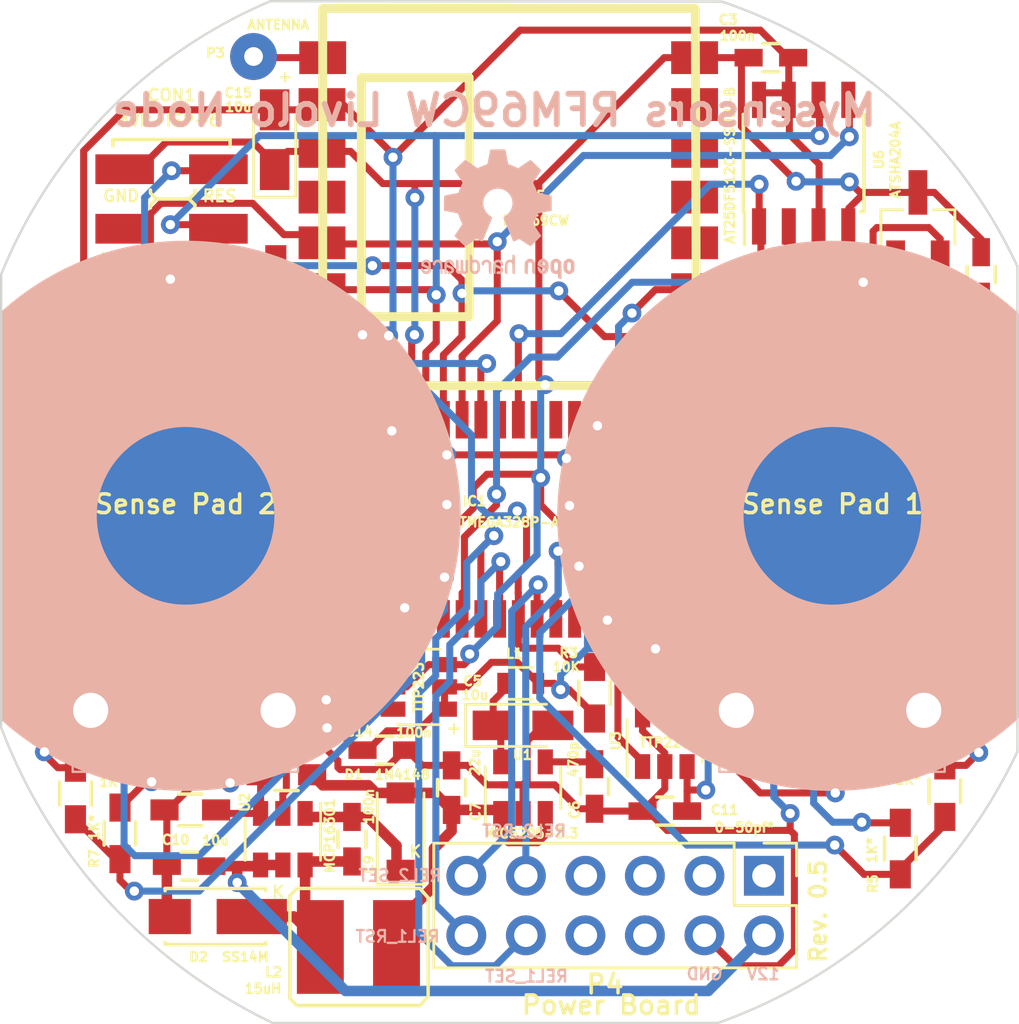
<source format=kicad_pcb>
(kicad_pcb (version 20170123) (host pcbnew no-vcs-found-5e5259b~58~ubuntu16.04.1)
  (layers (0 F.Cu signal) (31 B.Cu signal) (34 B.Paste user) (35 F.Paste user) (36 B.SilkS user) (37 F.SilkS user) (38 B.Mask user) (39 F.Mask user) (44 Edge.Cuts user))
  (net 0 "")
  (net 1 +3V3)
  (net 2 GND)
  (net 3 "Net-(C4-Pad2)")
  (net 4 "Net-(C6-Pad1)")
  (net 5 "Net-(C7-Pad1)")
  (net 6 /RESET)
  (net 7 "Net-(C9-Pad2)")
  (net 8 "Net-(C9-Pad1)")
  (net 9 /12Vcc)
  (net 10 "Net-(C11-Pad1)")
  (net 11 "Net-(C12-Pad1)")
  (net 12 /MISO)
  (net 13 /SCK)
  (net 14 /MOSI)
  (net 15 "Net-(D3-Pad2)")
  (net 16 "Net-(D4-Pad1)")
  (net 17 "Net-(D5-Pad1)")
  (net 18 "Net-(D6-Pad2)")
  (net 19 /INT)
  (net 20 /TS2)
  (net 21 /S2_LEDs)
  (net 22 /TS1)
  (net 23 /S1_LEDs)
  (net 24 "Net-(P3-Pad1)")
  (net 25 "Net-(R1-Pad1)")
  (net 26 /Relay2_Reset)
  (net 27 /Relay1_Reset)
  (net 28 /Relay2_Set)
  (net 29 /Relay1_Set)
  (net 30 /ATSHA204A)
  (net 31 /RADIO_SS)
  (net 32 /FLASH_SS)
  (net 33 "Net-(C5-Pad1)")
  (module myfootprints:AVR_ISP_SMT_Small_02x03 (layer F.Cu) (at 128.05 79.9 90)
    (fp_text reference CON1 (at 5.7 0) (layer F.SilkS) (effects (font (size 0.5 0.5) (thickness 0.1))))
    (fp_text value AVR-ISP-6 (at 4.625 -0.075 180) (layer F.SilkS) (effects (font (size 0.5 0.5) (thickness 0.1))))
    (pad 2 smd rect (at -2.54 -2 90) (size 1.27 2.5) (layers F.Cu F.Paste F.Mask) (net 1 +3V3))
    (pad 4 smd rect (at 0 -2 90) (size 1.27 2.5) (layers F.Cu F.Paste F.Mask) (net 14 /MOSI))
    (pad 6 smd rect (at 2.54 -2 90) (size 1.27 2.5) (layers F.Cu F.Paste F.Mask) (net 2 GND))
    (pad 5 smd rect (at 2.54 2 90) (size 1.27 2.5) (layers F.Cu F.Paste F.Mask) (net 6 /RESET))
    (pad 3 smd rect (at 0 2 90) (size 1.27 2.5) (layers F.Cu F.Paste F.Mask) (net 13 /SCK))
    (pad 1 smd rect (at -2.5 2 90) (size 1.27 2.5) (layers F.Cu F.Paste F.Mask) (net 12 /MISO))
  )
  (module Capacitors_Tantalum_SMD:CP_Tantalum_Case-R_EIA-2012-12_Wave (layer F.Cu) (at 143.05 101.092)
    (fp_text reference C5 (at -2.15 -1.892) (layer F.SilkS) (effects (font (size 0.4 0.4) (thickness 0.1))))
    (fp_text value 10u (at -2.05 -1.292) (layer F.SilkS) (effects (font (size 0.4 0.4) (thickness 0.1))))
    (pad 1 smd rect (at -1.275 0) (size 1.75 1.26) (layers F.Cu F.Paste F.Mask) (net 33 "Net-(C5-Pad1)"))
    (pad 2 smd rect (at 1.275 0) (size 1.75 1.26) (layers F.Cu F.Paste F.Mask) (net 2 GND))
  )
  (module myfootprints:touch_pad_16mm (layer F.Cu) (at 156.25 92.15)
    (fp_text reference P1 hide)
    (fp_text value "Sense Pad 1" (at 0 -0.5) (layer F.SilkS) (effects (font (size 0.8 0.8))))
    (pad 1 smd circle (at 0 0) (size 15.5 15.5) (layers B.Cu) (net 10 "Net-(C11-Pad1)"))
  )
  (module myfootprints:touch_pad_16mm (layer F.Cu) (at 128.65 92.15)
    (fp_text reference P2 hide)
    (fp_text value "Sense Pad 2" (at 0 -0.5) (layer F.SilkS) (effects (font (size 0.8 0.8))))
    (pad 1 smd circle (at 0 0) (size 15.5 15.5) (layers B.Cu) (net 11 "Net-(C12-Pad1)"))
  )
  (module myfootprints:Livolo_EU_SW_2Ways_Frame (layer F.Cu) (at 143.125 91.975)
    (fp_text reference REF** hide)
    (fp_text value Livolo_EU_SW_2Ways_Frame hide)
  )
  (module Resistors_SMD:R_0603_HandSoldering (layer F.Cu) (at 159.766 83.312 180)
    (fp_text reference R10 (at 0.866 -1.238 180) (layer F.SilkS) (effects (font (size 0.4 0.4) (thickness 0.1))))
    (fp_text value 1K (at -0.762 -1.27 180) (layer F.SilkS) (effects (font (size 0.4 0.4) (thickness 0.1))))
    (pad 1 smd rect (at -1.1 0 180) (size 1.2 0.9) (layers F.Cu F.Paste F.Mask) (net 1 +3V3))
    (pad 2 smd rect (at 1.1 0 180) (size 1.2 0.9) (layers F.Cu F.Paste F.Mask) (net 30 /ATSHA204A))
  )
  (module Symbols:OSHW-Logo2_7.3x6mm_SilkScreen (layer B.Cu) (at 141.975 79.275 180)
    (fp_text reference REF*** hide)
    (fp_text value OSHW-Logo2_7.3x6mm_SilkScreen hide)
  )
  (module myfootprints:VLCF4020T-150MR68 (layer F.Cu) (at 135.9 110.55 270)
    (fp_text reference L2 (at 1.075 3.5) (layer F.SilkS) (effects (font (size 0.4 0.4) (thickness 0.1))))
    (fp_text value 15uH (at 1.775 3.95) (layer F.SilkS) (effects (font (size 0.4 0.4) (thickness 0.1))))
    (pad 2 smd rect (at 0 1.5 270) (size 4 2) (layers F.Cu F.Paste F.Mask) (net 7 "Net-(C9-Pad2)"))
    (pad 1 smd rect (at 0 -1.75 270) (size 4 2) (layers F.Cu F.Paste F.Mask) (net 5 "Net-(C7-Pad1)"))
  )
  (module Capacitors_SMD:C_0603_HandSoldering (layer F.Cu) (at 153.625 72.6)
    (fp_text reference C3 (at -1.825 -1.625 180) (layer F.SilkS) (effects (font (size 0.4 0.4) (thickness 0.1))))
    (fp_text value 100n (at -1.425 -0.925 180) (layer F.SilkS) (effects (font (size 0.4 0.4) (thickness 0.1))))
    (pad 1 smd rect (at -0.95 0) (size 1.2 0.75) (layers F.Cu F.Paste F.Mask) (net 2 GND))
    (pad 2 smd rect (at 0.95 0) (size 1.2 0.75) (layers F.Cu F.Paste F.Mask) (net 1 +3V3))
  )
  (module Pin_Headers:Pin_Header_Straight_2x06_Pitch2.54mm (layer F.Cu) (at 153.33 107.51 270)
    (fp_text reference P4 (at 4.631 6.78 180) (layer F.SilkS) (effects (font (size 0.8 0.8))))
    (fp_text value "Power Board" (at 5.52 6.518 180) (layer F.SilkS) (effects (font (size 0.8 0.8))))
    (pad 1 thru_hole rect (at 0 0 270) (size 1.7 1.7) (drill 1) (layers *.Cu *.Mask))
    (pad 2 thru_hole oval (at 2.54 0 270) (size 1.7 1.7) (drill 1) (layers *.Cu *.Mask) (net 9 /12Vcc))
    (pad 3 thru_hole oval (at 0 2.54 270) (size 1.7 1.7) (drill 1) (layers *.Cu *.Mask))
    (pad 4 thru_hole oval (at 2.54 2.54 270) (size 1.7 1.7) (drill 1) (layers *.Cu *.Mask) (net 2 GND))
    (pad 5 thru_hole oval (at 0 5.08 270) (size 1.7 1.7) (drill 1) (layers *.Cu *.Mask))
    (pad 6 thru_hole oval (at 2.54 5.08 270) (size 1.7 1.7) (drill 1) (layers *.Cu *.Mask))
    (pad 7 thru_hole oval (at 0 7.62 270) (size 1.7 1.7) (drill 1) (layers *.Cu *.Mask))
    (pad 8 thru_hole oval (at 2.54 7.62 270) (size 1.7 1.7) (drill 1) (layers *.Cu *.Mask))
    (pad 9 thru_hole oval (at 0 10.16 270) (size 1.7 1.7) (drill 1) (layers *.Cu *.Mask) (net 26 /Relay2_Reset))
    (pad 10 thru_hole oval (at 2.54 10.16 270) (size 1.7 1.7) (drill 1) (layers *.Cu *.Mask) (net 29 /Relay1_Set))
    (pad 11 thru_hole oval (at 0 12.7 270) (size 1.7 1.7) (drill 1) (layers *.Cu *.Mask) (net 28 /Relay2_Set))
    (pad 12 thru_hole oval (at 2.54 12.7 270) (size 1.7 1.7) (drill 1) (layers *.Cu *.Mask) (net 27 /Relay1_Reset))
  )
  (module myfootprints:hole_1.5mm (layer F.Cu) (at 152.15 100.45)
    (fp_text reference REF** hide)
    (fp_text value hole_1.5mm hide)
    (pad "" np_thru_hole circle (at 0 0) (size 1.5 1.5) (drill 1.5) (layers *.Cu *.Mask))
  )
  (module myfootprints:hole_1.5mm (layer F.Cu) (at 160.15 100.45)
    (fp_text reference REF** hide)
    (fp_text value hole_1.5mm hide)
    (pad "" np_thru_hole circle (at 0 0) (size 1.5 1.5) (drill 1.5) (layers *.Cu *.Mask))
  )
  (module myfootprints:hole_1.5mm (layer F.Cu) (at 132.6 100.45)
    (fp_text reference REF** hide)
    (fp_text value hole_1.5mm hide)
    (pad "" np_thru_hole circle (at 0 0) (size 1.5 1.5) (drill 1.5) (layers *.Cu *.Mask))
  )
  (module myfootprints:hole_1.5mm (layer F.Cu) (at 124.6 100.45)
    (fp_text reference REF** hide)
    (fp_text value hole_1.5mm hide)
    (pad "" np_thru_hole circle (at 0 0) (size 1.5 1.5) (drill 1.5) (layers *.Cu *.Mask))
  )
  (module Capacitors_SMD:C_0402 (layer F.Cu) (at 137.15 96.9)
    (fp_text reference C4 (at -1.75 -1.35 180) (layer F.SilkS) (effects (font (size 0.4 0.4) (thickness 0.1))))
    (fp_text value 100n (at -1.3 -0.65 180) (layer F.SilkS) (effects (font (size 0.4 0.4) (thickness 0.1))))
    (pad 1 smd rect (at -0.55 0) (size 0.6 0.5) (layers F.Cu F.Paste F.Mask) (net 2 GND))
    (pad 2 smd rect (at 0.55 0) (size 0.6 0.5) (layers F.Cu F.Paste F.Mask) (net 3 "Net-(C4-Pad2)"))
  )
  (module Capacitors_SMD:C_0402 (layer F.Cu) (at 137.35 87.5 180)
    (fp_text reference C2 (at 1.5 0.275 180) (layer F.SilkS) (effects (font (size 0.4 0.4) (thickness 0.1))))
    (fp_text value 100n (at 1.85 -0.4 180) (layer F.SilkS) (effects (font (size 0.4 0.4) (thickness 0.1))))
    (pad 1 smd rect (at -0.55 0 180) (size 0.6 0.5) (layers F.Cu F.Paste F.Mask) (net 2 GND))
    (pad 2 smd rect (at 0.55 0 180) (size 0.6 0.5) (layers F.Cu F.Paste F.Mask) (net 1 +3V3))
  )
  (module Capacitors_SMD:C_0402 (layer F.Cu) (at 147.5 87.5)
    (fp_text reference C1 (at 1.525 -0.3) (layer F.SilkS) (effects (font (size 0.4 0.4) (thickness 0.1))))
    (fp_text value 100n (at 1.95 0.375) (layer F.SilkS) (effects (font (size 0.4 0.4) (thickness 0.1))))
    (pad 1 smd rect (at -0.55 0) (size 0.6 0.5) (layers F.Cu F.Paste F.Mask) (net 1 +3V3))
    (pad 2 smd rect (at 0.55 0) (size 0.6 0.5) (layers F.Cu F.Paste F.Mask) (net 2 GND))
  )
  (module Capacitors_SMD:C_0603_HandSoldering (layer F.Cu) (at 128.8 107.1 180)
    (fp_text reference C10 (at 0.575 1.125 180) (layer F.SilkS) (effects (font (size 0.4 0.4) (thickness 0.1))))
    (fp_text value 10u (at -1.125 1.1 180) (layer F.SilkS) (effects (font (size 0.4 0.4) (thickness 0.1))))
    (pad 1 smd rect (at -0.95 0 180) (size 1.2 0.75) (layers F.Cu F.Paste F.Mask) (net 9 /12Vcc))
    (pad 2 smd rect (at 0.95 0 180) (size 1.2 0.75) (layers F.Cu F.Paste F.Mask) (net 2 GND))
  )
  (module Capacitors_SMD:C_0603_HandSoldering (layer F.Cu) (at 140 103.75 90)
    (fp_text reference C7 (at -1.025 1.025 90) (layer F.SilkS) (effects (font (size 0.4 0.4) (thickness 0.1))))
    (fp_text value 22u (at 1.075 1 270) (layer F.SilkS) (effects (font (size 0.4 0.4) (thickness 0.1))))
    (pad 1 smd rect (at -0.95 0 90) (size 1.2 0.75) (layers F.Cu F.Paste F.Mask) (net 5 "Net-(C7-Pad1)"))
    (pad 2 smd rect (at 0.95 0 90) (size 1.2 0.75) (layers F.Cu F.Paste F.Mask) (net 2 GND))
  )
  (module myfootprints:SS14M (layer F.Cu) (at 129.475 109.25 180)
    (fp_text reference D2 (at 0.275 -1.725 180) (layer F.SilkS) (effects (font (size 0.4 0.4) (thickness 0.1))))
    (fp_text value SS14M (at -1.725 -1.725 180) (layer F.SilkS) (effects (font (size 0.4 0.4) (thickness 0.1))))
    (pad 2 smd rect (at 1.5 0 180) (size 1.8 1.5) (layers F.Cu F.Paste F.Mask) (net 2 GND))
    (pad 1 smd rect (at -2 0 180) (size 3 1.5) (layers F.Cu F.Paste F.Mask) (net 7 "Net-(C9-Pad2)"))
  )
  (module Capacitors_SMD:C_0603_HandSoldering (layer F.Cu) (at 146.1 103.7 270)
    (fp_text reference C6 (at 1 0.85 270) (layer F.SilkS) (effects (font (size 0.4 0.4) (thickness 0.1))))
    (fp_text value 470p (at -1.15 0.9 270) (layer F.SilkS) (effects (font (size 0.4 0.4) (thickness 0.1))))
    (pad 2 smd rect (at 0.95 0 270) (size 1.2 0.75) (layers F.Cu F.Paste F.Mask) (net 2 GND))
    (pad 1 smd rect (at -0.95 0 270) (size 1.2 0.75) (layers F.Cu F.Paste F.Mask) (net 4 "Net-(C6-Pad1)"))
  )
  (module Capacitors_SMD:C_0603_HandSoldering (layer F.Cu) (at 135.75 105.95 270)
    (fp_text reference C9 (at 1.075 -0.725 90) (layer F.SilkS) (effects (font (size 0.4 0.4) (thickness 0.1))))
    (fp_text value 100n (at -1.4 -0.725 90) (layer F.SilkS) (effects (font (size 0.4 0.4) (thickness 0.1))))
    (pad 2 smd rect (at 0.95 0 270) (size 1.2 0.75) (layers F.Cu F.Paste F.Mask) (net 7 "Net-(C9-Pad2)"))
    (pad 1 smd rect (at -0.95 0 270) (size 1.2 0.75) (layers F.Cu F.Paste F.Mask) (net 8 "Net-(C9-Pad1)"))
  )
  (module Capacitors_SMD:C_0603_HandSoldering (layer F.Cu) (at 149.1 104.75 180)
    (fp_text reference C11 (at -2.55 0.05 180) (layer F.SilkS) (effects (font (size 0.4 0.4) (thickness 0.1))))
    (fp_text value 0-50pf* (at -3.4 -0.7 180) (layer F.SilkS) (effects (font (size 0.4 0.4) (thickness 0.1))))
    (pad 1 smd rect (at -0.95 0 180) (size 1.2 0.75) (layers F.Cu F.Paste F.Mask) (net 10 "Net-(C11-Pad1)"))
    (pad 2 smd rect (at 0.95 0 180) (size 1.2 0.75) (layers F.Cu F.Paste F.Mask) (net 2 GND))
  )
  (module Capacitors_SMD:C_0603_HandSoldering (layer F.Cu) (at 135.7 99.35 90)
    (fp_text reference C12 (at 0.525 -1.95 90) (layer F.SilkS) (effects (font (size 0.4 0.4) (thickness 0.1))))
    (fp_text value 0-50pf* (at 1.4 -1.125 90) (layer F.SilkS) (effects (font (size 0.4 0.4) (thickness 0.1))))
    (pad 1 smd rect (at -0.95 0 90) (size 1.2 0.75) (layers F.Cu F.Paste F.Mask) (net 11 "Net-(C12-Pad1)"))
    (pad 2 smd rect (at 0.95 0 90) (size 1.2 0.75) (layers F.Cu F.Paste F.Mask) (net 2 GND))
  )
  (module Capacitors_SMD:C_0603_HandSoldering (layer F.Cu) (at 149.1 98.9 180)
    (fp_text reference C13 (at -0.925 1.825 180) (layer F.SilkS) (effects (font (size 0.4 0.4) (thickness 0.1))))
    (fp_text value 100n (at -1.125 1.075 180) (layer F.SilkS) (effects (font (size 0.4 0.4) (thickness 0.1))))
    (pad 2 smd rect (at 0.95 0 180) (size 1.2 0.75) (layers F.Cu F.Paste F.Mask) (net 2 GND))
    (pad 1 smd rect (at -0.95 0 180) (size 1.2 0.75) (layers F.Cu F.Paste F.Mask) (net 1 +3V3))
  )
  (module Capacitors_SMD:C_0603_HandSoldering (layer F.Cu) (at 137.15 102.15)
    (fp_text reference C14 (at -1.1 -0.8 180) (layer F.SilkS) (effects (font (size 0.4 0.4) (thickness 0.1))))
    (fp_text value 100n (at 1.25 -0.75) (layer F.SilkS) (effects (font (size 0.4 0.4) (thickness 0.1))))
    (pad 2 smd rect (at 0.95 0) (size 1.2 0.75) (layers F.Cu F.Paste F.Mask) (net 2 GND))
    (pad 1 smd rect (at -0.95 0) (size 1.2 0.75) (layers F.Cu F.Paste F.Mask) (net 1 +3V3))
  )
  (module Diodes_SMD:SOD-123 (layer F.Cu) (at 137.825 105.625 90)
    (fp_text reference D1 (at 2.425 -2 180) (layer F.SilkS) (effects (font (size 0.4 0.4) (thickness 0.1))))
    (fp_text value 1N4148 (at 2.425 0.075) (layer F.SilkS) (effects (font (size 0.4 0.4) (thickness 0.1))))
    (pad 2 smd rect (at 1.65 0 90) (size 0.9 1.2) (layers F.Cu F.Paste F.Mask) (net 5 "Net-(C7-Pad1)"))
    (pad 1 smd rect (at -1.65 0 90) (size 0.9 1.2) (layers F.Cu F.Paste F.Mask) (net 8 "Net-(C9-Pad1)"))
  )
  (module Diodes_SMD:D_0603 (layer B.Cu) (at 130.5 102.15 180)
    (fp_text reference D3 (at -0.9 1.05 180) (layer B.SilkS) (effects (font (size 0.4 0.4) (thickness 0.1)) (justify mirror)))
    (fp_text value Blue (at 0.6 1.05 180) (layer B.SilkS) (effects (font (size 0.4 0.4) (thickness 0.1)) (justify mirror)))
    (pad 2 smd rect (at 0.85 0 180) (size 0.6 0.8) (layers B.Cu B.Paste B.Mask) (net 15 "Net-(D3-Pad2)"))
    (pad 1 smd rect (at -0.85 0 180) (size 0.6 0.8) (layers B.Cu B.Paste B.Mask) (net 2 GND))
  )
  (module Diodes_SMD:D_0603 (layer B.Cu) (at 126.85 102.15)
    (fp_text reference D4 (at 0.9 -1.05) (layer B.SilkS) (effects (font (size 0.4 0.4) (thickness 0.1)) (justify mirror)))
    (fp_text value Red (at -0.6 -1.05) (layer B.SilkS) (effects (font (size 0.4 0.4) (thickness 0.1)) (justify mirror)))
    (pad 1 smd rect (at -0.85 0) (size 0.6 0.8) (layers B.Cu B.Paste B.Mask) (net 16 "Net-(D4-Pad1)"))
    (pad 2 smd rect (at 0.85 0) (size 0.6 0.8) (layers B.Cu B.Paste B.Mask) (net 1 +3V3))
  )
  (module Diodes_SMD:D_0603 (layer B.Cu) (at 157.95 102.15 180)
    (fp_text reference D5 (at -0.85 1.05 180) (layer B.SilkS) (effects (font (size 0.4 0.4) (thickness 0.1)) (justify mirror)))
    (fp_text value Red (at 0.65 1.05 180) (layer B.SilkS) (effects (font (size 0.4 0.4) (thickness 0.1)) (justify mirror)))
    (pad 1 smd rect (at -0.85 0 180) (size 0.6 0.8) (layers B.Cu B.Paste B.Mask) (net 17 "Net-(D5-Pad1)"))
    (pad 2 smd rect (at 0.85 0 180) (size 0.6 0.8) (layers B.Cu B.Paste B.Mask) (net 1 +3V3))
  )
  (module Diodes_SMD:D_0603 (layer B.Cu) (at 154.6 102.15)
    (fp_text reference D6 (at 1 -1.05) (layer B.SilkS) (effects (font (size 0.4 0.4) (thickness 0.1)) (justify mirror)))
    (fp_text value Blue (at -0.6 -1.05) (layer B.SilkS) (effects (font (size 0.4 0.4) (thickness 0.1)) (justify mirror)))
    (pad 2 smd rect (at 0.85 0) (size 0.6 0.8) (layers B.Cu B.Paste B.Mask) (net 18 "Net-(D6-Pad2)"))
    (pad 1 smd rect (at -0.85 0) (size 0.6 0.8) (layers B.Cu B.Paste B.Mask) (net 2 GND))
  )
  (module Housings_QFP:TQFP-32_7x7mm_Pitch0.8mm (layer F.Cu) (at 142.45 92.3 180)
    (fp_text reference IC1 (at 1.475 0.775) (layer F.SilkS) (effects (font (size 0.4 0.4) (thickness 0.1))))
    (fp_text value ATMEGA328P-AU (at -0.05 -0.125) (layer F.SilkS) (effects (font (size 0.4 0.4) (thickness 0.1))))
    (pad 32 smd rect (at -2.8 -4.25 270) (size 1.6 0.55) (layers F.Cu F.Paste F.Mask) (net 19 /INT))
    (pad 31 smd rect (at -2 -4.25 270) (size 1.6 0.55) (layers F.Cu F.Paste F.Mask) (net 26 /Relay2_Reset))
    (pad 30 smd rect (at -1.2 -4.25 270) (size 1.6 0.55) (layers F.Cu F.Paste F.Mask) (net 28 /Relay2_Set))
    (pad 29 smd rect (at -0.4 -4.25 270) (size 1.6 0.55) (layers F.Cu F.Paste F.Mask) (net 6 /RESET))
    (pad 28 smd rect (at 0.4 -4.25 270) (size 1.6 0.55) (layers F.Cu F.Paste F.Mask) (net 27 /Relay1_Reset))
    (pad 27 smd rect (at 1.2 -4.25 270) (size 1.6 0.55) (layers F.Cu F.Paste F.Mask) (net 29 /Relay1_Set))
    (pad 26 smd rect (at 2 -4.25 270) (size 1.6 0.55) (layers F.Cu F.Paste F.Mask) (net 30 /ATSHA204A))
    (pad 25 smd rect (at 2.8 -4.25 270) (size 1.6 0.55) (layers F.Cu F.Paste F.Mask))
    (pad 24 smd rect (at 4.25 -2.8 180) (size 1.6 0.55) (layers F.Cu F.Paste F.Mask) (net 20 /TS2))
    (pad 23 smd rect (at 4.25 -2 180) (size 1.6 0.55) (layers F.Cu F.Paste F.Mask) (net 21 /S2_LEDs))
    (pad 22 smd rect (at 4.25 -1.2 180) (size 1.6 0.55) (layers F.Cu F.Paste F.Mask))
    (pad 21 smd rect (at 4.25 -0.4 180) (size 1.6 0.55) (layers F.Cu F.Paste F.Mask) (net 2 GND))
    (pad 20 smd rect (at 4.25 0.4 180) (size 1.6 0.55) (layers F.Cu F.Paste F.Mask) (net 3 "Net-(C4-Pad2)"))
    (pad 19 smd rect (at 4.25 1.2 180) (size 1.6 0.55) (layers F.Cu F.Paste F.Mask))
    (pad 18 smd rect (at 4.25 2 180) (size 1.6 0.55) (layers F.Cu F.Paste F.Mask) (net 1 +3V3))
    (pad 17 smd rect (at 4.25 2.8 180) (size 1.6 0.55) (layers F.Cu F.Paste F.Mask) (net 13 /SCK))
    (pad 16 smd rect (at 2.8 4.25 270) (size 1.6 0.55) (layers F.Cu F.Paste F.Mask) (net 12 /MISO))
    (pad 15 smd rect (at 2 4.25 270) (size 1.6 0.55) (layers F.Cu F.Paste F.Mask) (net 14 /MOSI))
    (pad 14 smd rect (at 1.2 4.25 270) (size 1.6 0.55) (layers F.Cu F.Paste F.Mask) (net 31 /RADIO_SS))
    (pad 13 smd rect (at 0.4 4.25 270) (size 1.6 0.55) (layers F.Cu F.Paste F.Mask))
    (pad 12 smd rect (at -0.4 4.25 270) (size 1.6 0.55) (layers F.Cu F.Paste F.Mask) (net 32 /FLASH_SS))
    (pad 11 smd rect (at -1.2 4.25 270) (size 1.6 0.55) (layers F.Cu F.Paste F.Mask))
    (pad 10 smd rect (at -2 4.25 270) (size 1.6 0.55) (layers F.Cu F.Paste F.Mask))
    (pad 9 smd rect (at -2.8 4.25 270) (size 1.6 0.55) (layers F.Cu F.Paste F.Mask))
    (pad 8 smd rect (at -4.25 2.8 180) (size 1.6 0.55) (layers F.Cu F.Paste F.Mask))
    (pad 7 smd rect (at -4.25 2 180) (size 1.6 0.55) (layers F.Cu F.Paste F.Mask))
    (pad 6 smd rect (at -4.25 1.2 180) (size 1.6 0.55) (layers F.Cu F.Paste F.Mask) (net 1 +3V3))
    (pad 5 smd rect (at -4.25 0.4 180) (size 1.6 0.55) (layers F.Cu F.Paste F.Mask) (net 2 GND))
    (pad 4 smd rect (at -4.25 -0.4 180) (size 1.6 0.55) (layers F.Cu F.Paste F.Mask) (net 1 +3V3))
    (pad 3 smd rect (at -4.25 -1.2 180) (size 1.6 0.55) (layers F.Cu F.Paste F.Mask) (net 2 GND))
    (pad 2 smd rect (at -4.25 -2 180) (size 1.6 0.55) (layers F.Cu F.Paste F.Mask) (net 23 /S1_LEDs))
    (pad 1 smd rect (at -4.25 -2.8 180) (size 1.6 0.55) (layers F.Cu F.Paste F.Mask) (net 22 /TS1))
  )
  (module Wire_Pads:SolderWirePad_single_0-8mmDrill (layer F.Cu) (at 131.55 72.55)
    (fp_text reference P3 (at -1.625 -0.15) (layer F.SilkS) (effects (font (size 0.4 0.4) (thickness 0.1))))
    (fp_text value ANTENNA (at 1.05 -1.35) (layer F.SilkS) (effects (font (size 0.4 0.4) (thickness 0.1))))
    (pad 1 thru_hole circle (at 0 0) (size 1.99898 1.99898) (drill 0.8001) (layers *.Cu *.Mask) (net 24 "Net-(P3-Pad1)"))
  )
  (module Resistors_SMD:R_0603_HandSoldering (layer F.Cu) (at 132.95 103.2)
    (fp_text reference R1 (at -0.7 -1.15) (layer F.SilkS) (effects (font (size 0.4 0.4) (thickness 0.1))))
    (fp_text value 31K6 (at 1 -1.15) (layer F.SilkS) (effects (font (size 0.4 0.4) (thickness 0.1))))
    (pad 1 smd rect (at -1.1 0) (size 1.2 0.9) (layers F.Cu F.Paste F.Mask) (net 25 "Net-(R1-Pad1)"))
    (pad 2 smd rect (at 1.1 0) (size 1.2 0.9) (layers F.Cu F.Paste F.Mask) (net 5 "Net-(C7-Pad1)"))
  )
  (module Resistors_SMD:R_0603_HandSoldering (layer F.Cu) (at 128.85 104.7)
    (fp_text reference R2 (at -0.75 -1.175) (layer F.SilkS) (effects (font (size 0.4 0.4) (thickness 0.1))))
    (fp_text value 10K (at 0.65 -1.175) (layer F.SilkS) (effects (font (size 0.4 0.4) (thickness 0.1))))
    (pad 2 smd rect (at 1.1 0) (size 1.2 0.9) (layers F.Cu F.Paste F.Mask) (net 25 "Net-(R1-Pad1)"))
    (pad 1 smd rect (at -1.1 0) (size 1.2 0.9) (layers F.Cu F.Paste F.Mask) (net 2 GND))
  )
  (module Resistors_SMD:R_0603_HandSoldering (layer F.Cu) (at 146.1 99.7 90)
    (fp_text reference R3 (at 1.7 -1.1 180) (layer F.SilkS) (effects (font (size 0.4 0.4) (thickness 0.1))))
    (fp_text value 10K (at 1.1 -1.2) (layer F.SilkS) (effects (font (size 0.4 0.4) (thickness 0.1))))
    (pad 1 smd rect (at -1.1 0 90) (size 1.2 0.9) (layers F.Cu F.Paste F.Mask) (net 1 +3V3))
    (pad 2 smd rect (at 1.1 0 90) (size 1.2 0.9) (layers F.Cu F.Paste F.Mask) (net 6 /RESET))
  )
  (module Resistors_SMD:R_0603_HandSoldering (layer F.Cu) (at 132.5 82.3 90)
    (fp_text reference R4 (at -2.35 0.075 180) (layer F.SilkS) (effects (font (size 0.4 0.4) (thickness 0.1))))
    (fp_text value 56K (at -3.125 0.05 180) (layer F.SilkS) (effects (font (size 0.4 0.4) (thickness 0.1))))
    (pad 2 smd rect (at 1.1 0 90) (size 1.2 0.9) (layers F.Cu F.Paste F.Mask) (net 1 +3V3))
    (pad 1 smd rect (at -1.1 0 90) (size 1.2 0.9) (layers F.Cu F.Paste F.Mask) (net 31 /RADIO_SS))
  )
  (module Resistors_SMD:R_0603_HandSoldering (layer F.Cu) (at 159.15 106.35 270)
    (fp_text reference R5 (at 1.5 1.17 270) (layer F.SilkS) (effects (font (size 0.4 0.4) (thickness 0.1))))
    (fp_text value 1K* (at 0.08 1.21 270) (layer F.SilkS) (effects (font (size 0.4 0.4) (thickness 0.1))))
    (pad 1 smd rect (at -1.1 0 270) (size 1.2 0.9) (layers F.Cu F.Paste F.Mask) (net 18 "Net-(D6-Pad2)"))
    (pad 2 smd rect (at 1.1 0 270) (size 1.2 0.9) (layers F.Cu F.Paste F.Mask) (net 23 /S1_LEDs))
  )
  (module Resistors_SMD:R_0603_HandSoldering (layer F.Cu) (at 161.05 103.9 270)
    (fp_text reference R6 (at -1.26 1.75) (layer F.SilkS) (effects (font (size 0.4 0.4) (thickness 0.1))))
    (fp_text value 1K* (at -0.49 1.57) (layer F.SilkS) (effects (font (size 0.4 0.4) (thickness 0.1))))
    (pad 2 smd rect (at 1.1 0 270) (size 1.2 0.9) (layers F.Cu F.Paste F.Mask) (net 23 /S1_LEDs))
    (pad 1 smd rect (at -1.1 0 270) (size 1.2 0.9) (layers F.Cu F.Paste F.Mask) (net 17 "Net-(D5-Pad1)"))
  )
  (module Resistors_SMD:R_0603_HandSoldering (layer F.Cu) (at 125.85 105.7 270)
    (fp_text reference R7 (at 1.075 1.1 270) (layer F.SilkS) (effects (font (size 0.4 0.4) (thickness 0.1))))
    (fp_text value 1K* (at -0.25 1.1 270) (layer F.SilkS) (effects (font (size 0.4 0.4) (thickness 0.1))))
    (pad 1 smd rect (at -1.1 0 270) (size 1.2 0.9) (layers F.Cu F.Paste F.Mask) (net 15 "Net-(D3-Pad2)"))
    (pad 2 smd rect (at 1.1 0 270) (size 1.2 0.9) (layers F.Cu F.Paste F.Mask) (net 21 /S2_LEDs))
  )
  (module Resistors_SMD:R_0603_HandSoldering (layer F.Cu) (at 123.95 104 270)
    (fp_text reference R8 (at -1.28 -1.37) (layer F.SilkS) (effects (font (size 0.4 0.4) (thickness 0.1))))
    (fp_text value 1K* (at -0.49 -1.56) (layer F.SilkS) (effects (font (size 0.4 0.4) (thickness 0.1))))
    (pad 2 smd rect (at 1.1 0 270) (size 1.2 0.9) (layers F.Cu F.Paste F.Mask) (net 21 /S2_LEDs))
    (pad 1 smd rect (at -1.1 0 270) (size 1.2 0.9) (layers F.Cu F.Paste F.Mask) (net 16 "Net-(D4-Pad1)"))
  )
  (module TO_SOT_Packages_SMD:SOT-23-5 (layer F.Cu) (at 143.05 103.75 90)
    (fp_text reference U1 (at 1.4 -0.025 180) (layer F.SilkS) (effects (font (size 0.4 0.4) (thickness 0.1))))
    (fp_text value MIC5205-3.3 (at -1.95 0.35 180) (layer F.SilkS) (effects (font (size 0.4 0.4) (thickness 0.1))))
    (pad 5 smd rect (at 1.1 -0.95 90) (size 1.06 0.65) (layers F.Cu F.Paste F.Mask) (net 33 "Net-(C5-Pad1)"))
    (pad 4 smd rect (at 1.1 0.95 90) (size 1.06 0.65) (layers F.Cu F.Paste F.Mask) (net 4 "Net-(C6-Pad1)"))
    (pad 3 smd rect (at -1.1 0.95 90) (size 1.06 0.65) (layers F.Cu F.Paste F.Mask) (net 5 "Net-(C7-Pad1)"))
    (pad 2 smd rect (at -1.1 0 90) (size 1.06 0.65) (layers F.Cu F.Paste F.Mask) (net 2 GND))
    (pad 1 smd rect (at -1.1 -0.95 90) (size 1.06 0.65) (layers F.Cu F.Paste F.Mask) (net 5 "Net-(C7-Pad1)"))
  )
  (module TO_SOT_Packages_SMD:SOT-23-6 (layer F.Cu) (at 132.8 105.95 270)
    (fp_text reference U2 (at -1.575 1.625 270) (layer F.SilkS) (effects (font (size 0.4 0.4) (thickness 0.1))))
    (fp_text value MCP16301 (at -0.15 -2 270) (layer F.SilkS) (effects (font (size 0.4 0.4) (thickness 0.1))))
    (pad 5 smd rect (at 1.1 0 270) (size 1.06 0.65) (layers F.Cu F.Paste F.Mask) (net 9 /12Vcc))
    (pad 6 smd rect (at 1.1 -0.95 270) (size 1.06 0.65) (layers F.Cu F.Paste F.Mask) (net 7 "Net-(C9-Pad2)"))
    (pad 4 smd rect (at 1.1 0.95 270) (size 1.06 0.65) (layers F.Cu F.Paste F.Mask) (net 9 /12Vcc))
    (pad 3 smd rect (at -1.1 0.95 270) (size 1.06 0.65) (layers F.Cu F.Paste F.Mask) (net 25 "Net-(R1-Pad1)"))
    (pad 2 smd rect (at -1.1 0 270) (size 1.06 0.65) (layers F.Cu F.Paste F.Mask) (net 2 GND))
    (pad 1 smd rect (at -1.1 -0.95 270) (size 1.06 0.65) (layers F.Cu F.Paste F.Mask) (net 8 "Net-(C9-Pad1)"))
  )
  (module TO_SOT_Packages_SMD:SOT-23-6 (layer F.Cu) (at 149.1 101.75 90)
    (fp_text reference U3 (at 0 -2.1 270) (layer F.SilkS) (effects (font (size 0.4 0.4) (thickness 0.1))))
    (fp_text value TTP223 (at -0.075 0) (layer F.SilkS) (effects (font (size 0.4 0.4) (thickness 0.1))))
    (pad 5 smd rect (at 1.1 0 90) (size 1.06 0.65) (layers F.Cu F.Paste F.Mask) (net 1 +3V3))
    (pad 6 smd rect (at 1.1 -0.95 90) (size 1.06 0.65) (layers F.Cu F.Paste F.Mask) (net 2 GND))
    (pad 4 smd rect (at 1.1 0.95 90) (size 1.06 0.65) (layers F.Cu F.Paste F.Mask) (net 1 +3V3))
    (pad 3 smd rect (at -1.1 0.95 90) (size 1.06 0.65) (layers F.Cu F.Paste F.Mask) (net 10 "Net-(C11-Pad1)"))
    (pad 2 smd rect (at -1.1 0 90) (size 1.06 0.65) (layers F.Cu F.Paste F.Mask) (net 2 GND))
    (pad 1 smd rect (at -1.1 -0.95 90) (size 1.06 0.65) (layers F.Cu F.Paste F.Mask) (net 22 /TS1))
  )
  (module TO_SOT_Packages_SMD:SOT-23-6 (layer F.Cu) (at 138.6 99.45)
    (fp_text reference U4 (at -0.05 -2) (layer F.SilkS) (effects (font (size 0.4 0.4) (thickness 0.1))))
    (fp_text value TTP223 (at 0 0.025 90) (layer F.SilkS) (effects (font (size 0.4 0.4) (thickness 0.1))))
    (pad 1 smd rect (at -1.1 -0.95) (size 1.06 0.65) (layers F.Cu F.Paste F.Mask) (net 20 /TS2))
    (pad 2 smd rect (at -1.1 0) (size 1.06 0.65) (layers F.Cu F.Paste F.Mask) (net 2 GND))
    (pad 3 smd rect (at -1.1 0.95) (size 1.06 0.65) (layers F.Cu F.Paste F.Mask) (net 11 "Net-(C12-Pad1)"))
    (pad 4 smd rect (at 1.1 0.95) (size 1.06 0.65) (layers F.Cu F.Paste F.Mask) (net 1 +3V3))
    (pad 6 smd rect (at 1.1 -0.95) (size 1.06 0.65) (layers F.Cu F.Paste F.Mask) (net 2 GND))
    (pad 5 smd rect (at 1.1 0) (size 1.06 0.65) (layers F.Cu F.Paste F.Mask) (net 1 +3V3))
  )
  (module myfootprints:RFM69CW (layer F.Cu) (at 142.45 78.55)
    (fp_text reference U5 (at 1.15 -0.05) (layer F.SilkS) (effects (font (size 0.4 0.4) (thickness 0.1))))
    (fp_text value RFM69CW (at 1.15 1) (layer F.SilkS) (effects (font (size 0.4 0.4) (thickness 0.1))))
    (pad 1 smd rect (at -7.9502 -5.95122) (size 1.99898 1.39954) (layers F.Cu F.Paste F.Mask) (net 24 "Net-(P3-Pad1)"))
    (pad 2 smd rect (at -7.97814 -3.9497) (size 1.99898 1.39954) (layers F.Cu F.Paste F.Mask) (net 1 +3V3))
    (pad 3 smd rect (at -7.97814 -1.95072) (size 1.99898 1.39954) (layers F.Cu F.Paste F.Mask) (net 2 GND))
    (pad 4 smd rect (at -7.97814 0) (size 1.99898 1.39954) (layers F.Cu F.Paste F.Mask))
    (pad 5 smd rect (at -7.97814 1.95072) (size 1.99898 1.39954) (layers F.Cu F.Paste F.Mask) (net 14 /MOSI))
    (pad 6 smd rect (at -7.97814 3.9497) (size 1.99898 1.39954) (layers F.Cu F.Paste F.Mask) (net 13 /SCK))
    (pad 7 smd rect (at -7.97814 5.95122) (size 1.99898 1.39954) (layers F.Cu F.Paste F.Mask) (net 31 /RADIO_SS))
    (pad 8 smd rect (at 7.92226 5.95122) (size 1.99898 1.39954) (layers F.Cu F.Paste F.Mask) (net 12 /MISO))
    (pad 9 smd rect (at 7.92226 3.9497) (size 1.99898 1.39954) (layers F.Cu F.Paste F.Mask) (net 19 /INT))
    (pad 10 smd rect (at 7.92226 1.95072) (size 1.99898 1.39954) (layers F.Cu F.Paste F.Mask))
    (pad 11 smd rect (at 7.92226 0) (size 1.99898 1.39954) (layers F.Cu F.Paste F.Mask))
    (pad 12 smd rect (at 7.92226 -1.95072) (size 1.99898 1.39954) (layers F.Cu F.Paste F.Mask))
    (pad 13 smd rect (at 7.92226 -3.9497) (size 1.99898 1.39954) (layers F.Cu F.Paste F.Mask))
    (pad 14 smd rect (at 7.92226 -5.95122) (size 1.99898 1.39954) (layers F.Cu F.Paste F.Mask) (net 2 GND))
  )
  (module Capacitors_SMD:C_0603_HandSoldering (layer F.Cu) (at 162.6 81.85 270)
    (fp_text reference C16 (at 2.95 0.45 270) (layer F.SilkS) (effects (font (size 0.4 0.4) (thickness 0.1))))
    (fp_text value 100n (at 2.7 -0.3 270) (layer F.SilkS) (effects (font (size 0.4 0.4) (thickness 0.1))))
    (pad 2 smd rect (at 0.95 0 270) (size 1.2 0.75) (layers F.Cu F.Paste F.Mask) (net 1 +3V3))
    (pad 1 smd rect (at -0.95 0 270) (size 1.2 0.75) (layers F.Cu F.Paste F.Mask) (net 2 GND))
  )
  (module Resistors_SMD:R_0603_HandSoldering (layer F.Cu) (at 154.3 81.7 180)
    (fp_text reference R9 (at 0.475 -1.375 180) (layer F.SilkS) (effects (font (size 0.4 0.4) (thickness 0.1))))
    (fp_text value 56K (at -1.05 -1.375 180) (layer F.SilkS) (effects (font (size 0.4 0.4) (thickness 0.1))))
    (pad 2 smd rect (at 1.1 0 180) (size 1.2 0.9) (layers F.Cu F.Paste F.Mask) (net 32 /FLASH_SS))
    (pad 1 smd rect (at -1.1 0 180) (size 1.2 0.9) (layers F.Cu F.Paste F.Mask) (net 1 +3V3))
  )
  (module Housings_SOIC:SOIC-8_3.9x4.9mm_Pitch1.27mm (layer F.Cu) (at 155.025 77.1 90)
    (fp_text reference U6 (at 0.15 3.215 270) (layer F.SilkS) (effects (font (size 0.4 0.4) (thickness 0.1))))
    (fp_text value AT25DF512C-SSHN-B (at -0.1 -3.15 90) (layer F.SilkS) (effects (font (size 0.4 0.4) (thickness 0.1))))
    (pad 8 smd rect (at 2.7 -1.905 90) (size 1.55 0.6) (layers F.Cu F.Paste F.Mask) (net 1 +3V3))
    (pad 7 smd rect (at 2.7 -0.635 90) (size 1.55 0.6) (layers F.Cu F.Paste F.Mask) (net 1 +3V3))
    (pad 6 smd rect (at 2.7 0.635 90) (size 1.55 0.6) (layers F.Cu F.Paste F.Mask) (net 13 /SCK))
    (pad 5 smd rect (at 2.7 1.905 90) (size 1.55 0.6) (layers F.Cu F.Paste F.Mask) (net 14 /MOSI))
    (pad 4 smd rect (at -2.7 1.905 90) (size 1.55 0.6) (layers F.Cu F.Paste F.Mask) (net 2 GND))
    (pad 3 smd rect (at -2.7 0.635 90) (size 1.55 0.6) (layers F.Cu F.Paste F.Mask) (net 1 +3V3))
    (pad 2 smd rect (at -2.7 -0.635 90) (size 1.55 0.6) (layers F.Cu F.Paste F.Mask) (net 12 /MISO))
    (pad 1 smd rect (at -2.7 -1.905 90) (size 1.55 0.6) (layers F.Cu F.Paste F.Mask) (net 32 /FLASH_SS))
  )
  (module TO_SOT_Packages_SMD:SOT-23_Handsoldering (layer F.Cu) (at 159.9 79.85 90)
    (fp_text reference U7 (at -2.625 -8.025 90) (layer F.SilkS) (effects (font (size 0.4 0.4) (thickness 0.1))))
    (fp_text value ATSHA204A (at 2.88 -0.96 270) (layer F.SilkS) (effects (font (size 0.4 0.4) (thickness 0.1))))
    (pad 3 smd rect (at 1.5 0 90) (size 1.9 0.8) (layers F.Cu F.Paste F.Mask) (net 2 GND))
    (pad 2 smd rect (at -1.5 0.95 90) (size 1.9 0.8) (layers F.Cu F.Paste F.Mask) (net 1 +3V3))
    (pad 1 smd rect (at -1.5 -0.95 90) (size 1.9 0.8) (layers F.Cu F.Paste F.Mask) (net 30 /ATSHA204A))
  )
  (module Resistors_SMD:R_0603 (layer F.Cu) (at 142.95 99.3 180)
    (fp_text reference L1 (at 0.266 1.27 180) (layer F.SilkS) (effects (font (size 0.4 0.4) (thickness 0.1))))
    (fp_text value BLM18HE152SN1D hide)
    (pad 2 smd rect (at 0.75 0 180) (size 0.5 0.9) (layers F.Cu F.Paste F.Mask) (net 33 "Net-(C5-Pad1)"))
    (pad 1 smd rect (at -0.75 0 180) (size 0.5 0.9) (layers F.Cu F.Paste F.Mask) (net 1 +3V3))
  )
  (module Capacitors_Tantalum_SMD:CP_Tantalum_Case-R_EIA-2012-12_Wave (layer F.Cu) (at 132.45 76.1 90)
    (fp_text reference C15 (at 2 -1.55 180) (layer F.SilkS) (effects (font (size 0.4 0.4) (thickness 0.1))))
    (fp_text value 10u (at 1.4 -1.55 180) (layer F.SilkS) (effects (font (size 0.4 0.4) (thickness 0.1))))
    (pad 2 smd rect (at 1.275 0 90) (size 1.75 1.26) (layers F.Cu F.Paste F.Mask) (net 1 +3V3))
    (pad 1 smd rect (at -1.275 0 90) (size 1.75 1.26) (layers F.Cu F.Paste F.Mask) (net 2 GND))
  )
  (gr_text REL1_SET (at 143.2 111.8) (layer B.SilkS) (effects (font (size 0.5 0.5) (thickness 0.1)) (justify mirror)))
  (gr_text REL1_RST (at 137.7 110.1) (layer B.SilkS) (effects (font (size 0.5 0.5) (thickness 0.1)) (justify mirror)))
  (gr_text REL2_RST (at 143.1 105.6) (layer B.SilkS) (effects (font (size 0.5 0.5) (thickness 0.1)) (justify mirror)))
  (gr_text REL2_SET (at 137.8 107.5) (layer B.SilkS) (effects (font (size 0.5 0.5) (thickness 0.1)) (justify mirror)))
  (gr_text + (at 140.1 101.2) (layer F.SilkS) (effects (font (size 0.5 0.5) (thickness 0.1))))
  (gr_text + (at 132.9 73.4) (layer F.SilkS) (effects (font (size 0.5 0.5) (thickness 0.1))))
  (gr_line (start 151.369218 113.790782) (end 132.369218 113.790782) (layer Edge.Cuts) (width 0.1))
  (gr_line (start 164.14547 81.508767) (end 164.14547 102.207842) (layer Edge.Cuts) (width 0.1))
  (gr_arc (start 140.555978 89.848333) (end 132.269218 70.190782) (angle -45.11989586) (layer Edge.Cuts) (width 0.1))
  (gr_line (start 132.269218 70.190782) (end 151.536413 70.206986) (layer Edge.Cuts) (width 0.1))
  (gr_line (start 120.779584 101.186133) (end 120.779584 81.849336) (layer Edge.Cuts) (width 0.1))
  (gr_arc (start 143.853696 92.663265) (end 151.369218 113.790782) (angle -45.22767153) (layer Edge.Cuts) (width 0.1))
  (gr_line (start 120.779584 101.186133) (end 120.779584 101.186133) (layer Edge.Cuts) (width 0.1))
  (gr_arc (start 144.673368 90.548543) (end 164.14547 81.508767) (angle -46.45337235) (layer Edge.Cuts) (width 0.1))
  (gr_arc (start 142.31 93.02) (end 120.779584 101.186133) (angle -43.65356519) (layer Edge.Cuts) (width 0.1))
  (gr_text "Rev. 0.5" (at 155.65 109.025 90) (layer F.SilkS) (effects (font (size 0.7 0.7))))
  (gr_text RES (at 130.1 78.5) (layer F.SilkS) (effects (font (size 0.5 0.5) (thickness 0.1))))
  (gr_text SCK (at 130.1 81.2) (layer F.SilkS) (effects (font (size 0.5 0.5) (thickness 0.1))))
  (gr_text MISO (at 130.125 84.35) (layer F.SilkS) (effects (font (size 0.5 0.5) (thickness 0.1))))
  (gr_text GND (at 125.9 78.5) (layer F.SilkS) (effects (font (size 0.5 0.5) (thickness 0.1))))
  (gr_text MOSI (at 125.9 81.2) (layer F.SilkS) (effects (font (size 0.5 0.5) (thickness 0.1))))
  (gr_text 3V3 (at 125.975 84.375) (layer F.SilkS) (effects (font (size 0.5 0.5) (thickness 0.1))))
  (gr_text GND (at 150.8 111.7) (layer B.SilkS) (effects (font (size 0.5 0.5) (thickness 0.1)) (justify mirror)))
  (gr_text 12V (at 153.3 111.7) (layer B.SilkS) (effects (font (size 0.5 0.5) (thickness 0.1)) (justify mirror)))
  (gr_text "Mysensors RFM69CW Livolo Node" (at 141.825 74.85) (layer B.SilkS) (effects (font (size 1.3 1.3) (thickness 0.25)) (justify mirror)))
  (gr_text K (at 159.6 102.6) (layer B.SilkS) (effects (font (size 0.4 0.4) (thickness 0.1)) (justify mirror)))
  (gr_text K (at 152.9 102.65) (layer B.SilkS) (effects (font (size 0.4 0.4) (thickness 0.1)) (justify mirror)))
  (gr_text K (at 125.175 102.675) (layer B.SilkS) (effects (font (size 0.4 0.4) (thickness 0.1)) (justify mirror)))
  (gr_text K (at 132.1 102.6) (layer B.SilkS) (effects (font (size 0.4 0.4) (thickness 0.1)) (justify mirror)))
  (gr_text K (at 138.45 106.475) (layer F.SilkS) (effects (font (size 0.5 0.5) (thickness 0.1))))
  (gr_text K (at 132.6 108.2) (layer F.SilkS) (effects (font (size 0.5 0.5) (thickness 0.1))))
  (segment (start 143.7 99.3) (end 144.385004 99.3) (width 0.3) (layer F.Cu) (net 1))
  (segment (start 144.385004 99.3) (end 144.653004 99.568) (width 0.3) (layer F.Cu) (net 1))
  (segment (start 139.7 99.45) (end 140.65 99.45) (width 0.3) (layer F.Cu) (net 1))
  (segment (start 140.65 99.45) (end 141.700001 98.399999) (width 0.3) (layer F.Cu) (net 1))
  (segment (start 141.700001 98.399999) (end 142.799999 98.399999) (width 0.3) (layer F.Cu) (net 1))
  (segment (start 142.799999 98.399999) (end 143.7 99.3) (width 0.3) (layer F.Cu) (net 1))
  (segment (start 126.05 82.44) (end 125.435 82.44) (width 0.3) (layer F.Cu) (net 1))
  (segment (start 125.435 82.44) (end 124.3 81.305) (width 0.3) (layer F.Cu) (net 1))
  (segment (start 124.3 81.305) (end 124.3 76.575) (width 0.3) (layer F.Cu) (net 1))
  (segment (start 124.3 76.575) (end 126.05 74.825) (width 0.3) (layer F.Cu) (net 1))
  (segment (start 126.05 74.825) (end 132.45 74.825) (width 0.3) (layer F.Cu) (net 1))
  (segment (start 132.45 74.825) (end 134.24716 74.825) (width 0.3) (layer F.Cu) (net 1))
  (segment (start 134.24716 74.825) (end 134.47186 74.6003) (width 0.3) (layer F.Cu) (net 1))
  (segment (start 145.018 99.568) (end 144.653004 99.568) (width 0.3) (layer F.Cu) (net 1))
  (segment (start 146.1 100.65) (end 145.018 99.568) (width 0.3) (layer F.Cu) (net 1))
  (segment (start 144.653004 98.947018) (end 144.653004 99.568) (width 0.3) (layer B.Cu) (net 1))
  (segment (start 145.800022 97.8) (end 144.653004 98.947018) (width 0.3) (layer B.Cu) (net 1))
  (segment (start 146.1 100.8) (end 146.1 100.65) (width 0.3) (layer F.Cu) (net 1))
  (via (at 144.653004 99.568) (size 0.8) (drill 0.4) (layers F.Cu B.Cu) (net 1))
  (segment (start 155.4 81.7) (end 155.4 81.582) (width 0.3) (layer F.Cu) (net 1))
  (segment (start 155.4 81.582) (end 155.448 81.534) (width 0.3) (layer F.Cu) (net 1))
  (segment (start 155.448 81.534) (end 157.017449 81.534) (width 0.3) (layer F.Cu) (net 1))
  (segment (start 160.85 80.332) (end 160.85 81.35) (width 0.3) (layer F.Cu) (net 1))
  (segment (start 157.017449 81.534) (end 157.988 80.563449) (width 0.3) (layer F.Cu) (net 1))
  (segment (start 157.988 80.563449) (end 157.988 80.01) (width 0.3) (layer F.Cu) (net 1))
  (segment (start 157.988 80.01) (end 158.148 79.85) (width 0.3) (layer F.Cu) (net 1))
  (segment (start 158.148 79.85) (end 160.368 79.85) (width 0.3) (layer F.Cu) (net 1))
  (segment (start 160.368 79.85) (end 160.85 80.332) (width 0.3) (layer F.Cu) (net 1))
  (segment (start 157.1 102.15) (end 157.1 103.25) (width 0.3) (layer B.Cu) (net 1))
  (segment (start 150.05 100.855) (end 153.17 103.975) (width 0.3) (layer F.Cu) (net 1))
  (segment (start 150.05 100.65) (end 150.05 100.855) (width 0.3) (layer F.Cu) (net 1))
  (segment (start 157.1 103.25) (end 156.375 103.975) (width 0.3) (layer B.Cu) (net 1))
  (segment (start 153.17 103.975) (end 156.375 103.975) (width 0.3) (layer F.Cu) (net 1))
  (via (at 156.375 103.975) (size 0.8) (drill 0.4) (layers F.Cu B.Cu) (net 1))
  (segment (start 126.024999 106.192827) (end 126.486018 106.653846) (width 0.3) (layer B.Cu) (net 1))
  (segment (start 126.024999 103.466999) (end 126.024999 106.192827) (width 0.3) (layer B.Cu) (net 1))
  (segment (start 127.341998 102.15) (end 126.024999 103.466999) (width 0.3) (layer B.Cu) (net 1))
  (segment (start 136.2 102.15) (end 135.975 102.15) (width 0.3) (layer F.Cu) (net 1))
  (segment (start 134.962499 101.475) (end 134.687489 101.19999) (width 0.3) (layer F.Cu) (net 1))
  (segment (start 129.233633 106.653846) (end 134.687489 101.19999) (width 0.3) (layer B.Cu) (net 1))
  (segment (start 135.975 102.15) (end 135.3 101.475) (width 0.3) (layer F.Cu) (net 1))
  (segment (start 135.3 101.475) (end 134.962499 101.475) (width 0.3) (layer F.Cu) (net 1))
  (via (at 134.687489 101.19999) (size 0.8) (drill 0.4) (layers F.Cu B.Cu) (net 1))
  (segment (start 127.7 102.15) (end 127.341998 102.15) (width 0.3) (layer B.Cu) (net 1))
  (segment (start 126.486018 106.653846) (end 129.233633 106.653846) (width 0.3) (layer B.Cu) (net 1))
  (segment (start 136.8 87.5) (end 136.8 85.390476) (width 0.3) (layer F.Cu) (net 1))
  (segment (start 136.8 87.5) (end 136.8 87.875) (width 0.3) (layer F.Cu) (net 1))
  (segment (start 136.8 87.875) (end 137.325002 88.4) (width 0.3) (layer F.Cu) (net 1))
  (segment (start 146.225009 88.306238) (end 146.225009 88.224991) (width 0.3) (layer F.Cu) (net 1))
  (segment (start 146.225009 88.224991) (end 146.95 87.5) (width 0.3) (layer F.Cu) (net 1))
  (via (at 146.225009 88.306238) (size 0.8) (drill 0.4) (layers F.Cu B.Cu) (net 1))
  (segment (start 146.225009 88.374991) (end 146.225009 88.306238) (width 0.3) (layer B.Cu) (net 1))
  (segment (start 144.9 89.7) (end 146.225009 88.374991) (width 0.3) (layer B.Cu) (net 1))
  (via (at 144.9 89.7) (size 0.8) (drill 0.4) (layers F.Cu B.Cu) (net 1))
  (segment (start 144.9 89.7) (end 144.750002 89.550002) (width 0.3) (layer F.Cu) (net 1))
  (segment (start 144.9 89.7) (end 144.95 89.7) (width 0.3) (layer F.Cu) (net 1))
  (segment (start 144.95 89.7) (end 145.026048 89.776048) (width 0.3) (layer F.Cu) (net 1))
  (segment (start 148.7 97.824982) (end 145.825004 97.824982) (width 0.3) (layer B.Cu) (net 1))
  (segment (start 145.825004 97.824982) (end 145.800022 97.8) (width 0.3) (layer B.Cu) (net 1))
  (segment (start 145.800022 97.8) (end 145.800022 95.948306) (width 0.3) (layer B.Cu) (net 1))
  (segment (start 146.286986 92.969892) (end 145.033547 91.716453) (width 0.3) (layer B.Cu) (net 1))
  (segment (start 146.286986 95.461342) (end 146.286986 92.969892) (width 0.3) (layer B.Cu) (net 1))
  (segment (start 145.800022 95.948306) (end 146.286986 95.461342) (width 0.3) (layer B.Cu) (net 1))
  (segment (start 137.317018 84.873458) (end 137.317018 84.464922) (width 0.3) (layer F.Cu) (net 1))
  (segment (start 137.499998 84.281942) (end 137.317018 84.464922) (width 0.3) (layer B.Cu) (net 1))
  (via (at 137.317018 84.464922) (size 0.8) (drill 0.4) (layers F.Cu B.Cu) (net 1))
  (segment (start 136.8 85.390476) (end 137.317018 84.873458) (width 0.3) (layer F.Cu) (net 1))
  (segment (start 137.499998 76.85) (end 137.499998 84.281942) (width 0.3) (layer B.Cu) (net 1))
  (segment (start 137.325002 88.4) (end 137.45 88.524998) (width 0.3) (layer F.Cu) (net 1))
  (segment (start 146.7 92.7) (end 145.781547 92.7) (width 0.3) (layer F.Cu) (net 1))
  (segment (start 145.781547 92.7) (end 145.05 91.968453) (width 0.3) (layer F.Cu) (net 1))
  (segment (start 145.05 91.968453) (end 145.05 91.732906) (width 0.3) (layer F.Cu) (net 1))
  (segment (start 145.05 91.732906) (end 145.033547 91.716453) (width 0.3) (layer F.Cu) (net 1))
  (segment (start 145.033547 91.057499) (end 145.033547 91.716453) (width 0.3) (layer F.Cu) (net 1))
  (via (at 145.033547 91.716453) (size 0.8) (drill 0.4) (layers F.Cu B.Cu) (net 1))
  (segment (start 145.026048 91.05) (end 145.033547 91.057499) (width 0.3) (layer F.Cu) (net 1))
  (segment (start 139.8 89.550002) (end 139.8 89.775) (width 0.3) (layer F.Cu) (net 1))
  (segment (start 139.8 89.775) (end 139.275 90.3) (width 0.3) (layer F.Cu) (net 1))
  (segment (start 139.275 90.3) (end 138.2 90.3) (width 0.3) (layer F.Cu) (net 1))
  (segment (start 137.499998 76.85) (end 137.5 76.85) (width 0.3) (layer F.Cu) (net 1))
  (segment (start 137.5 76.85) (end 142.925001 71.424999) (width 0.3) (layer F.Cu) (net 1))
  (segment (start 142.925001 71.424999) (end 153.174999 71.424999) (width 0.3) (layer F.Cu) (net 1))
  (segment (start 153.174999 71.424999) (end 154.35 72.6) (width 0.3) (layer F.Cu) (net 1))
  (segment (start 154.35 72.6) (end 154.575 72.6) (width 0.3) (layer F.Cu) (net 1))
  (segment (start 137.499998 76.85) (end 137.499998 76.724998) (width 0.3) (layer F.Cu) (net 1))
  (segment (start 137.499998 76.724998) (end 135.375 74.6) (width 0.3) (layer F.Cu) (net 1))
  (segment (start 135.3747 74.6003) (end 134.47186 74.6003) (width 0.3) (layer F.Cu) (net 1))
  (segment (start 135.375 74.6) (end 135.3747 74.6003) (width 0.3) (layer F.Cu) (net 1))
  (segment (start 160.866 83.312) (end 160.866 81.366) (width 0.3) (layer F.Cu) (net 1))
  (segment (start 160.866 81.366) (end 160.85 81.35) (width 0.3) (layer F.Cu) (net 1))
  (segment (start 160.866 83.312) (end 162.088 83.312) (width 0.3) (layer F.Cu) (net 1))
  (segment (start 162.088 83.312) (end 162.6 82.8) (width 0.3) (layer F.Cu) (net 1))
  (segment (start 154.39 74.4) (end 154.39 72.785) (width 0.3) (layer F.Cu) (net 1))
  (segment (start 154.39 72.785) (end 154.575 72.6) (width 0.3) (layer F.Cu) (net 1))
  (segment (start 125.285 82.44) (end 125.9 82.44) (width 0.3) (layer F.Cu) (net 1))
  (segment (start 125.9 82.44) (end 125.9 81.505) (width 0.3) (layer F.Cu) (net 1))
  (segment (start 125.9 81.505) (end 126.205 81.2) (width 0.3) (layer F.Cu) (net 1))
  (segment (start 126.205 81.2) (end 132.5 81.2) (width 0.3) (layer F.Cu) (net 1))
  (via (at 137.499998 76.85) (size 0.8) (drill 0.4) (layers F.Cu B.Cu) (net 1))
  (segment (start 144.750002 89.550002) (end 139.8 89.550002) (width 0.3) (layer F.Cu) (net 1))
  (segment (start 145.026048 89.776048) (end 145.026048 91.05) (width 0.3) (layer F.Cu) (net 1))
  (segment (start 155.4 81.7) (end 155.7 81.4) (width 0.3) (layer F.Cu) (net 1))
  (segment (start 155.7 81.4) (end 155.7 79.515) (width 0.3) (layer F.Cu) (net 1))
  (segment (start 155.7 79.515) (end 155.685 79.5) (width 0.3) (layer F.Cu) (net 1))
  (segment (start 155.685 77.143002) (end 154.415 75.873002) (width 0.3) (layer F.Cu) (net 1))
  (segment (start 154.415 75.873002) (end 154.415 74.1) (width 0.3) (layer F.Cu) (net 1))
  (segment (start 155.685 79.5) (end 155.685 77.143002) (width 0.3) (layer F.Cu) (net 1))
  (segment (start 146.7 91.1) (end 145.076048 91.1) (width 0.3) (layer F.Cu) (net 1))
  (segment (start 145.076048 91.1) (end 145.026048 91.05) (width 0.3) (layer F.Cu) (net 1))
  (segment (start 153.145 74.1) (end 154.415 74.1) (width 0.3) (layer F.Cu) (net 1))
  (segment (start 148.749982 97.824982) (end 148.7 97.824982) (width 0.3) (layer F.Cu) (net 1))
  (segment (start 149.825 98.9) (end 148.749982 97.824982) (width 0.3) (layer F.Cu) (net 1))
  (via (at 148.7 97.824982) (size 0.8) (drill 0.4) (layers F.Cu B.Cu) (net 1))
  (segment (start 150.05 98.9) (end 149.825 98.9) (width 0.3) (layer F.Cu) (net 1))
  (segment (start 137.45 88.524998) (end 138.774996 88.524998) (width 0.3) (layer B.Cu) (net 1))
  (segment (start 138.774996 88.524998) (end 139.8 89.550002) (width 0.3) (layer B.Cu) (net 1))
  (via (at 139.8 89.550002) (size 0.8) (drill 0.4) (layers F.Cu B.Cu) (net 1))
  (via (at 137.45 88.524998) (size 0.8) (drill 0.4) (layers F.Cu B.Cu) (net 1))
  (segment (start 146.1 100.8) (end 146.1 100.95) (width 0.3) (layer F.Cu) (net 1))
  (segment (start 150.05 100.65) (end 149.1 100.65) (width 0.3) (layer F.Cu) (net 1))
  (segment (start 139.7 100.4) (end 139.7 99.45) (width 0.3) (layer F.Cu) (net 1))
  (segment (start 139.7 100.4) (end 139.495 100.4) (width 0.3) (layer F.Cu) (net 1))
  (segment (start 139.495 100.4) (end 138.570001 101.324999) (width 0.3) (layer F.Cu) (net 1))
  (segment (start 136.425 102.15) (end 136.2 102.15) (width 0.3) (layer F.Cu) (net 1))
  (segment (start 138.570001 101.324999) (end 137.250001 101.324999) (width 0.3) (layer F.Cu) (net 1))
  (segment (start 137.250001 101.324999) (end 136.425 102.15) (width 0.3) (layer F.Cu) (net 1))
  (segment (start 150.05 100.65) (end 150.05 98.9) (width 0.3) (layer F.Cu) (net 1))
  (segment (start 143.802464 90.525717) (end 143.774283 90.525717) (width 0.3) (layer B.Cu) (net 2))
  (segment (start 141.963967 96.858096) (end 140.77376 98.048303) (width 0.3) (layer B.Cu) (net 2))
  (segment (start 143.774283 90.525717) (end 143.65 90.65) (width 0.3) (layer B.Cu) (net 2))
  (segment (start 143.65 93.811498) (end 141.963967 95.497531) (width 0.3) (layer B.Cu) (net 2))
  (segment (start 143.65 90.65) (end 143.65 93.811498) (width 0.3) (layer B.Cu) (net 2))
  (segment (start 141.963967 95.497531) (end 141.963967 96.858096) (width 0.3) (layer B.Cu) (net 2))
  (segment (start 140.77376 98.25624) (end 140.77376 98.048303) (width 0.3) (layer F.Cu) (net 2))
  (segment (start 140.53 98.5) (end 140.77376 98.25624) (width 0.3) (layer F.Cu) (net 2))
  (segment (start 139.7 98.5) (end 140.53 98.5) (width 0.3) (layer F.Cu) (net 2))
  (via (at 140.77376 98.048303) (size 0.8) (drill 0.4) (layers F.Cu B.Cu) (net 2))
  (segment (start 143.030001 103.630001) (end 143.224999 103.435003) (width 0.3) (layer F.Cu) (net 2))
  (segment (start 143.224999 103.435003) (end 143.224999 101.759999) (width 0.3) (layer F.Cu) (net 2))
  (segment (start 143.224999 101.759999) (end 143.892998 101.092) (width 0.3) (layer F.Cu) (net 2))
  (segment (start 143.892998 101.092) (end 144.325 101.092) (width 0.3) (layer F.Cu) (net 2))
  (segment (start 126.05 77.36) (end 126.665 77.36) (width 0.3) (layer F.Cu) (net 2))
  (segment (start 126.665 77.36) (end 127.825 76.2) (width 0.3) (layer F.Cu) (net 2))
  (segment (start 127.825 76.2) (end 131.52 76.2) (width 0.3) (layer F.Cu) (net 2))
  (segment (start 131.52 76.2) (end 132.45 77.13) (width 0.3) (layer F.Cu) (net 2))
  (segment (start 132.45 77.13) (end 132.45 77.375) (width 0.3) (layer F.Cu) (net 2))
  (segment (start 125.9 77.36) (end 126.515 77.36) (width 0.3) (layer F.Cu) (net 2))
  (segment (start 133.00072 76.59928) (end 134.47186 76.59928) (width 0.3) (layer F.Cu) (net 2))
  (segment (start 132.45 76.925) (end 132.45 77.15) (width 0.3) (layer F.Cu) (net 2))
  (segment (start 132.45 77.15) (end 133.00072 76.59928) (width 0.3) (layer F.Cu) (net 2))
  (segment (start 144.405001 103.630001) (end 142.15 103.630001) (width 0.3) (layer F.Cu) (net 2))
  (segment (start 129.2 103.4) (end 130.5 102.1) (width 0.3) (layer F.Cu) (net 2))
  (segment (start 130.5 102.1) (end 132.7 102.1) (width 0.3) (layer F.Cu) (net 2))
  (segment (start 132.7 102.1) (end 132.95 101.85) (width 0.3) (layer F.Cu) (net 2))
  (segment (start 130.549966 103.050034) (end 130.549966 103.549989) (width 0.3) (layer B.Cu) (net 2))
  (segment (start 131.35 102.25) (end 130.549966 103.050034) (width 0.3) (layer B.Cu) (net 2))
  (segment (start 131.35 102.15) (end 131.35 102.25) (width 0.3) (layer B.Cu) (net 2))
  (segment (start 129.349989 103.549989) (end 130.549966 103.549989) (width 0.3) (layer F.Cu) (net 2))
  (segment (start 129.2 103.4) (end 129.349989 103.549989) (width 0.3) (layer F.Cu) (net 2))
  (via (at 130.549966 103.549989) (size 0.8) (drill 0.4) (layers F.Cu B.Cu) (net 2))
  (segment (start 127.9 104.7) (end 129.2 103.4) (width 0.3) (layer F.Cu) (net 2))
  (segment (start 127.75 104.7) (end 127.9 104.7) (width 0.3) (layer F.Cu) (net 2))
  (segment (start 137.5 99.45) (end 138.075 99.45) (width 0.3) (layer F.Cu) (net 2))
  (segment (start 138.075 99.45) (end 139.025 98.5) (width 0.3) (layer F.Cu) (net 2))
  (segment (start 139.025 98.5) (end 139.7 98.5) (width 0.3) (layer F.Cu) (net 2))
  (segment (start 149.1 102.85) (end 149.1 102.275) (width 0.3) (layer F.Cu) (net 2))
  (segment (start 149.1 102.275) (end 148.15 101.325) (width 0.3) (layer F.Cu) (net 2))
  (segment (start 148.15 101.325) (end 148.15 100.65) (width 0.3) (layer F.Cu) (net 2))
  (segment (start 154.45 105.465683) (end 154.45 104.849998) (width 0.3) (layer F.Cu) (net 2))
  (segment (start 153.75 104.149998) (end 154.45 104.849998) (width 0.3) (layer B.Cu) (net 2))
  (via (at 154.45 104.849998) (size 0.8) (drill 0.4) (layers F.Cu B.Cu) (net 2))
  (segment (start 154.399998 105.515685) (end 154.45 105.465683) (width 0.3) (layer F.Cu) (net 2))
  (segment (start 153.75 102.15) (end 153.75 104.149998) (width 0.3) (layer B.Cu) (net 2))
  (segment (start 132.95 101.85) (end 133.15 102.05) (width 0.3) (layer F.Cu) (net 2))
  (segment (start 133.15 102.05) (end 134.60001 102.05) (width 0.3) (layer F.Cu) (net 2))
  (segment (start 134.60001 102.05) (end 135.149999 102.599989) (width 0.3) (layer F.Cu) (net 2))
  (segment (start 135.149999 102.599989) (end 135.149999 102.885001) (width 0.3) (layer F.Cu) (net 2))
  (segment (start 135.149999 102.885001) (end 135.239999 102.975001) (width 0.3) (layer F.Cu) (net 2))
  (segment (start 137.985002 102.15) (end 138.1 102.15) (width 0.3) (layer F.Cu) (net 2))
  (segment (start 135.239999 102.975001) (end 137.160001 102.975001) (width 0.3) (layer F.Cu) (net 2))
  (segment (start 137.160001 102.975001) (end 137.985002 102.15) (width 0.3) (layer F.Cu) (net 2))
  (segment (start 143.725 77.99655) (end 143.725 86.285835) (width 0.3) (layer F.Cu) (net 2))
  (segment (start 143.7 77.97155) (end 143.725 77.99655) (width 0.3) (layer F.Cu) (net 2))
  (segment (start 143.725 86.285835) (end 143.992417 86.553252) (width 0.3) (layer F.Cu) (net 2))
  (segment (start 138.297618 87.252382) (end 138.297618 84.541713) (width 0.3) (layer F.Cu) (net 2))
  (segment (start 137.9 87.65) (end 138.297618 87.252382) (width 0.3) (layer F.Cu) (net 2))
  (segment (start 148.05 87.5) (end 148.05 87.35) (width 0.3) (layer F.Cu) (net 2))
  (segment (start 148.05 87.35) (end 147.253252 86.553252) (width 0.3) (layer F.Cu) (net 2))
  (segment (start 147.253252 86.553252) (end 143.992417 86.553252) (width 0.3) (layer F.Cu) (net 2))
  (segment (start 138.432929 84.406402) (end 138.416234 84.423097) (width 0.3) (layer B.Cu) (net 2))
  (segment (start 138.432929 78.572282) (end 138.432929 84.406402) (width 0.3) (layer B.Cu) (net 2))
  (segment (start 138.297618 84.541713) (end 138.416234 84.423097) (width 0.3) (layer F.Cu) (net 2))
  (via (at 138.416234 84.423097) (size 0.8) (drill 0.4) (layers F.Cu B.Cu) (net 2))
  (segment (start 145.539999 93.425001) (end 146.625001 93.425001) (width 0.3) (layer F.Cu) (net 2))
  (segment (start 143.802464 90.525717) (end 143.802464 91.687466) (width 0.3) (layer F.Cu) (net 2))
  (segment (start 143.802464 91.687466) (end 145.539999 93.425001) (width 0.3) (layer F.Cu) (net 2))
  (segment (start 146.625001 93.425001) (end 146.7 93.5) (width 0.3) (layer F.Cu) (net 2))
  (segment (start 137.063546 77.97155) (end 138.425 77.97155) (width 0.3) (layer F.Cu) (net 2))
  (segment (start 138.425 77.97155) (end 143.7 77.97155) (width 0.3) (layer F.Cu) (net 2))
  (segment (start 138.432929 78.572282) (end 138.432929 77.979479) (width 0.3) (layer F.Cu) (net 2))
  (segment (start 138.432929 77.979479) (end 138.425 77.97155) (width 0.3) (layer F.Cu) (net 2))
  (segment (start 127.35 109.3) (end 127.85 108.8) (width 0.3) (layer F.Cu) (net 2))
  (segment (start 127.85 108.8) (end 127.85 107.1) (width 0.45) (layer F.Cu) (net 2))
  (segment (start 152.369999 75.544997) (end 154.700002 77.875) (width 0.3) (layer F.Cu) (net 2))
  (segment (start 152.369999 72.905001) (end 152.369999 75.544997) (width 0.3) (layer F.Cu) (net 2))
  (segment (start 152.675 72.6) (end 152.369999 72.905001) (width 0.3) (layer F.Cu) (net 2))
  (segment (start 156.974998 77.9) (end 154.725002 77.9) (width 0.3) (layer B.Cu) (net 2))
  (segment (start 154.725002 77.9) (end 154.700002 77.875) (width 0.3) (layer B.Cu) (net 2))
  (via (at 154.700002 77.875) (size 0.8) (drill 0.4) (layers F.Cu B.Cu) (net 2))
  (segment (start 157.424998 78.35) (end 156.974998 77.9) (width 0.3) (layer F.Cu) (net 2))
  (segment (start 157.63 78.35) (end 157.424998 78.35) (width 0.3) (layer F.Cu) (net 2))
  (via (at 156.974998 77.9) (size 0.8) (drill 0.4) (layers F.Cu B.Cu) (net 2))
  (segment (start 150.37226 72.59878) (end 152.67378 72.59878) (width 0.3) (layer F.Cu) (net 2))
  (segment (start 152.67378 72.59878) (end 152.675 72.6) (width 0.3) (layer F.Cu) (net 2))
  (segment (start 147.950001 92.050001) (end 147.950001 93.349999) (width 0.3) (layer F.Cu) (net 2))
  (segment (start 147.950001 93.349999) (end 147.8 93.5) (width 0.3) (layer F.Cu) (net 2))
  (segment (start 146.7 93.5) (end 147.8 93.5) (width 0.3) (layer F.Cu) (net 2))
  (segment (start 147.8 91.9) (end 147.950001 92.050001) (width 0.3) (layer F.Cu) (net 2))
  (segment (start 146.7 91.9) (end 147.8 91.9) (width 0.3) (layer F.Cu) (net 2))
  (segment (start 138.2 92.7) (end 140.053139 92.7) (width 0.3) (layer F.Cu) (net 2))
  (segment (start 140.053139 92.7) (end 140.925 91.828139) (width 0.3) (layer F.Cu) (net 2))
  (segment (start 140.925 91.828139) (end 140.925 90.963954) (width 0.3) (layer F.Cu) (net 2))
  (segment (start 140.925 90.963954) (end 141.513954 90.375) (width 0.3) (layer F.Cu) (net 2))
  (segment (start 143.750717 90.525717) (end 143.802464 90.525717) (width 0.3) (layer F.Cu) (net 2))
  (segment (start 141.513954 90.375) (end 143.6 90.375) (width 0.3) (layer F.Cu) (net 2))
  (segment (start 143.6 90.375) (end 143.750717 90.525717) (width 0.3) (layer F.Cu) (net 2))
  (segment (start 154.434313 105.55) (end 154.399998 105.515685) (width 0.3) (layer F.Cu) (net 2))
  (segment (start 154.434315 105.55) (end 154.434313 105.55) (width 0.3) (layer F.Cu) (net 2))
  (segment (start 154.409314 105.575001) (end 154.434315 105.55) (width 0.3) (layer F.Cu) (net 2))
  (segment (start 149.200001 105.575001) (end 154.409314 105.575001) (width 0.3) (layer F.Cu) (net 2))
  (segment (start 148.375 104.75) (end 149.200001 105.575001) (width 0.3) (layer F.Cu) (net 2))
  (segment (start 148.15 104.75) (end 148.375 104.75) (width 0.3) (layer F.Cu) (net 2))
  (segment (start 135.691276 76.59928) (end 137.063546 77.97155) (width 0.3) (layer F.Cu) (net 2))
  (segment (start 134.47186 76.59928) (end 135.691276 76.59928) (width 0.3) (layer F.Cu) (net 2))
  (via (at 138.432929 78.572282) (size 0.8) (drill 0.4) (layers F.Cu B.Cu) (net 2))
  (segment (start 143.802464 86.743205) (end 143.992417 86.553252) (width 0.3) (layer B.Cu) (net 2))
  (via (at 143.992417 86.553252) (size 0.8) (drill 0.4) (layers F.Cu B.Cu) (net 2))
  (segment (start 143.802464 90.525717) (end 143.802464 86.743205) (width 0.3) (layer B.Cu) (net 2))
  (segment (start 150.79 110.05) (end 152.09 111.35) (width 0.3) (layer F.Cu) (net 2))
  (segment (start 152.09 111.35) (end 153.954001 111.350001) (width 0.3) (layer F.Cu) (net 2))
  (segment (start 153.954001 111.350001) (end 154.630001 110.674001) (width 0.3) (layer F.Cu) (net 2))
  (segment (start 154.630001 110.674001) (end 154.630001 105.745688) (width 0.3) (layer F.Cu) (net 2))
  (segment (start 154.630001 105.745688) (end 154.399998 105.515685) (width 0.3) (layer F.Cu) (net 2))
  (via (at 143.802464 90.525717) (size 0.8) (drill 0.4) (layers F.Cu B.Cu) (net 2))
  (segment (start 146.7 93.5) (end 146.633174 93.433174) (width 0.3) (layer F.Cu) (net 2))
  (segment (start 159.9 78.35) (end 157.63 78.35) (width 0.3) (layer F.Cu) (net 2))
  (segment (start 156.955 79.025) (end 156.955 79.5) (width 0.3) (layer F.Cu) (net 2))
  (segment (start 157.63 78.35) (end 156.955 79.025) (width 0.3) (layer F.Cu) (net 2))
  (segment (start 162.6 80.9) (end 162.6 80.35) (width 0.3) (layer F.Cu) (net 2))
  (segment (start 162.6 80.35) (end 160.6 78.35) (width 0.3) (layer F.Cu) (net 2))
  (segment (start 160.6 78.35) (end 159.9 78.35) (width 0.3) (layer F.Cu) (net 2))
  (segment (start 150.72104 72.25) (end 150.37226 72.59878) (width 0.3) (layer F.Cu) (net 2))
  (segment (start 132.95 103.87) (end 132.95 101.85) (width 0.3) (layer F.Cu) (net 2))
  (segment (start 132.8 104.85) (end 132.8 104.02) (width 0.3) (layer F.Cu) (net 2))
  (segment (start 132.8 104.02) (end 132.95 103.87) (width 0.3) (layer F.Cu) (net 2))
  (segment (start 132.95 101.85) (end 133.800001 100.999999) (width 0.3) (layer F.Cu) (net 2))
  (segment (start 136.6 96.9) (end 136.6 97.5) (width 0.3) (layer F.Cu) (net 2))
  (segment (start 136.6 97.5) (end 135.7 98.4) (width 0.3) (layer F.Cu) (net 2))
  (segment (start 133.800001 99.341995) (end 134.966996 98.175) (width 0.3) (layer F.Cu) (net 2))
  (segment (start 134.966996 98.175) (end 135.7 98.175) (width 0.3) (layer F.Cu) (net 2))
  (segment (start 133.800001 100.999999) (end 133.800001 99.341995) (width 0.3) (layer F.Cu) (net 2))
  (segment (start 135.7 98.175) (end 135.7 98.4) (width 0.3) (layer F.Cu) (net 2))
  (segment (start 150.37226 72.59878) (end 149.07277 72.59878) (width 0.3) (layer F.Cu) (net 2))
  (segment (start 149.07277 72.59878) (end 143.7 77.97155) (width 0.3) (layer F.Cu) (net 2))
  (segment (start 143.05 104.85) (end 143.05 103.65) (width 0.3) (layer F.Cu) (net 2))
  (segment (start 143.05 103.65) (end 143.030001 103.630001) (width 0.3) (layer F.Cu) (net 2))
  (segment (start 143.030001 103.630001) (end 142.15 103.630001) (width 0.3) (layer F.Cu) (net 2))
  (segment (start 140 102.8) (end 138.75 102.8) (width 0.3) (layer F.Cu) (net 2))
  (segment (start 138.75 102.8) (end 138.1 102.15) (width 0.3) (layer F.Cu) (net 2))
  (segment (start 127.85 107.1) (end 127.85 104.8) (width 0.3) (layer F.Cu) (net 2))
  (segment (start 127.85 104.8) (end 127.75 104.7) (width 0.3) (layer F.Cu) (net 2))
  (segment (start 148.15 100.65) (end 148.15 98.9) (width 0.3) (layer F.Cu) (net 2))
  (segment (start 149.1 102.85) (end 149.1 103.8) (width 0.3) (layer F.Cu) (net 2))
  (segment (start 149.1 103.8) (end 148.15 104.75) (width 0.3) (layer F.Cu) (net 2))
  (segment (start 148.15 104.75) (end 146.2 104.75) (width 0.3) (layer F.Cu) (net 2))
  (segment (start 146.2 104.75) (end 146.1 104.65) (width 0.3) (layer F.Cu) (net 2))
  (segment (start 142.15 103.630001) (end 141.505001 103.630001) (width 0.3) (layer F.Cu) (net 2))
  (segment (start 146.1 104.65) (end 145.425 104.65) (width 0.3) (layer F.Cu) (net 2))
  (segment (start 145.425 104.65) (end 144.405001 103.630001) (width 0.3) (layer F.Cu) (net 2))
  (segment (start 141.505001 103.630001) (end 140.675 102.8) (width 0.3) (layer F.Cu) (net 2))
  (segment (start 140.675 102.8) (end 140 102.8) (width 0.3) (layer F.Cu) (net 2))
  (segment (start 139.75 98.55) (end 139.7 98.5) (width 0.3) (layer F.Cu) (net 2))
  (segment (start 137.5 99.45) (end 136.75 99.45) (width 0.3) (layer F.Cu) (net 2))
  (segment (start 136.75 99.45) (end 135.7 98.4) (width 0.3) (layer F.Cu) (net 2))
  (segment (start 139.8 91.667529) (end 138.675 92.792529) (width 0.3) (layer B.Cu) (net 3))
  (segment (start 138.675 92.792529) (end 138.675 95.400012) (width 0.3) (layer B.Cu) (net 3))
  (segment (start 138.675 95.400012) (end 138 96.075012) (width 0.3) (layer B.Cu) (net 3))
  (segment (start 137.724988 96.075012) (end 138 96.075012) (width 0.3) (layer F.Cu) (net 3))
  (segment (start 137.7 96.1) (end 137.724988 96.075012) (width 0.3) (layer F.Cu) (net 3))
  (segment (start 137.7 96.9) (end 137.7 96.1) (width 0.3) (layer F.Cu) (net 3))
  (via (at 138 96.075012) (size 0.8) (drill 0.4) (layers F.Cu B.Cu) (net 3))
  (segment (start 139.567529 91.9) (end 139.8 91.667529) (width 0.3) (layer F.Cu) (net 3))
  (segment (start 138.2 91.9) (end 139.567529 91.9) (width 0.3) (layer F.Cu) (net 3))
  (via (at 139.8 91.667529) (size 0.8) (drill 0.4) (layers F.Cu B.Cu) (net 3))
  (segment (start 144 102.65) (end 146 102.65) (width 0.3) (layer F.Cu) (net 4))
  (segment (start 146 102.65) (end 146.1 102.75) (width 0.3) (layer F.Cu) (net 4))
  (segment (start 140 104.7) (end 140 105.6) (width 0.45) (layer F.Cu) (net 5))
  (segment (start 140 105.6) (end 139.25 106.35) (width 0.45) (layer F.Cu) (net 5))
  (segment (start 139.25 106.35) (end 139.25 107.95) (width 0.45) (layer F.Cu) (net 5))
  (segment (start 139.25 107.95) (end 137.65 109.55) (width 0.45) (layer F.Cu) (net 5))
  (segment (start 137.65 109.55) (end 137.65 110.55) (width 0.3) (layer F.Cu) (net 5))
  (segment (start 134.500012 103.650012) (end 134.05 103.2) (width 0.45) (layer F.Cu) (net 5))
  (segment (start 136.450012 103.650012) (end 134.500012 103.650012) (width 0.45) (layer F.Cu) (net 5))
  (segment (start 136.775 103.975) (end 136.450012 103.650012) (width 0.45) (layer F.Cu) (net 5))
  (segment (start 137.825 103.975) (end 136.775 103.975) (width 0.45) (layer F.Cu) (net 5))
  (segment (start 137.825 103.975) (end 139.275 103.975) (width 0.45) (layer F.Cu) (net 5))
  (segment (start 139.275 103.975) (end 140 104.7) (width 0.45) (layer F.Cu) (net 5))
  (segment (start 137.65 110.7) (end 137.65 109.7) (width 0.45) (layer F.Cu) (net 5))
  (segment (start 144 104.85) (end 144 105.68) (width 0.45) (layer F.Cu) (net 5))
  (segment (start 144 105.68) (end 143.655 106.025) (width 0.45) (layer F.Cu) (net 5))
  (segment (start 143.655 106.025) (end 142.445 106.025) (width 0.45) (layer F.Cu) (net 5))
  (segment (start 142.445 106.025) (end 142.1 105.68) (width 0.45) (layer F.Cu) (net 5))
  (segment (start 142.1 105.68) (end 142.1 104.85) (width 0.45) (layer F.Cu) (net 5))
  (segment (start 140 104.7) (end 141.95 104.7) (width 0.45) (layer F.Cu) (net 5))
  (segment (start 141.95 104.7) (end 142.1 104.85) (width 0.45) (layer F.Cu) (net 5))
  (segment (start 142.85 96.55) (end 142.85 97.65) (width 0.3) (layer F.Cu) (net 6))
  (segment (start 143.000001 97.800001) (end 144.550001 97.800001) (width 0.3) (layer F.Cu) (net 6))
  (segment (start 142.85 97.65) (end 143.000001 97.800001) (width 0.3) (layer F.Cu) (net 6))
  (segment (start 144.550001 97.800001) (end 145.35 98.6) (width 0.3) (layer F.Cu) (net 6))
  (segment (start 145.35 98.6) (end 146.1 98.6) (width 0.3) (layer F.Cu) (net 6))
  (segment (start 142.597071 92.148141) (end 142.79999 91.945222) (width 0.3) (layer B.Cu) (net 6))
  (segment (start 140.85 88.7) (end 140.85 91.415685) (width 0.3) (layer B.Cu) (net 6))
  (segment (start 138.525001 86.375001) (end 140.85 88.7) (width 0.3) (layer B.Cu) (net 6))
  (segment (start 140.85 91.415685) (end 141.582456 92.148141) (width 0.3) (layer B.Cu) (net 6))
  (segment (start 136.750001 86.375001) (end 138.525001 86.375001) (width 0.3) (layer B.Cu) (net 6))
  (segment (start 133.275012 82.900012) (end 136.750001 86.375001) (width 0.3) (layer B.Cu) (net 6))
  (segment (start 126.9 78.575002) (end 126.9 82.208002) (width 0.3) (layer B.Cu) (net 6))
  (segment (start 128.050002 77.425) (end 126.9 78.575002) (width 0.3) (layer B.Cu) (net 6))
  (segment (start 127.59201 82.900012) (end 133.275012 82.900012) (width 0.3) (layer B.Cu) (net 6))
  (segment (start 141.582456 92.148141) (end 142.597071 92.148141) (width 0.3) (layer B.Cu) (net 6))
  (segment (start 143.199989 94.261511) (end 143.199989 92.345221) (width 0.3) (layer F.Cu) (net 6))
  (segment (start 142.844079 95.444079) (end 142.844079 94.617421) (width 0.3) (layer F.Cu) (net 6))
  (via (at 142.79999 91.945222) (size 0.8) (drill 0.4) (layers F.Cu B.Cu) (net 6))
  (segment (start 142.85 96.55) (end 142.85 95.45) (width 0.3) (layer F.Cu) (net 6))
  (segment (start 142.85 95.45) (end 142.844079 95.444079) (width 0.3) (layer F.Cu) (net 6))
  (segment (start 126.9 82.208002) (end 127.59201 82.900012) (width 0.3) (layer B.Cu) (net 6))
  (segment (start 142.844079 94.617421) (end 143.199989 94.261511) (width 0.3) (layer F.Cu) (net 6))
  (segment (start 143.199989 92.345221) (end 142.79999 91.945222) (width 0.3) (layer F.Cu) (net 6))
  (segment (start 129.835 77.425) (end 128.050002 77.425) (width 0.3) (layer F.Cu) (net 6))
  (segment (start 129.9 77.36) (end 129.835 77.425) (width 0.3) (layer F.Cu) (net 6))
  (via (at 128.050002 77.425) (size 0.8) (drill 0.4) (layers F.Cu B.Cu) (net 6))
  (segment (start 131.475 109.25) (end 133.275 109.25) (width 0.45) (layer F.Cu) (net 7))
  (segment (start 133.275 109.25) (end 134.4 110.375) (width 0.45) (layer F.Cu) (net 7))
  (segment (start 134.4 110.375) (end 134.4 110.55) (width 0.45) (layer F.Cu) (net 7))
  (segment (start 133.75 107.05) (end 133.75 109.9) (width 0.45) (layer F.Cu) (net 7))
  (segment (start 133.75 109.9) (end 134.4 110.55) (width 0.45) (layer F.Cu) (net 7))
  (segment (start 134.4 110.7) (end 134.4 110.375) (width 0.45) (layer F.Cu) (net 7))
  (segment (start 135.75 106.9) (end 133.9 106.9) (width 0.45) (layer F.Cu) (net 7))
  (segment (start 133.9 106.9) (end 133.75 107.05) (width 0.45) (layer F.Cu) (net 7))
  (segment (start 135.75 105) (end 133.9 105) (width 0.45) (layer F.Cu) (net 8))
  (segment (start 133.9 105) (end 133.75 104.85) (width 0.45) (layer F.Cu) (net 8))
  (segment (start 137.65 107.25) (end 137.65 106.225) (width 0.45) (layer F.Cu) (net 8))
  (segment (start 137.65 106.225) (end 136.425 105) (width 0.45) (layer F.Cu) (net 8))
  (segment (start 136.425 105) (end 135.75 105) (width 0.45) (layer F.Cu) (net 8))
  (segment (start 153.33 110.05) (end 150.955 112.425) (width 0.45) (layer B.Cu) (net 9))
  (segment (start 150.955 112.425) (end 135.475016 112.425) (width 0.45) (layer B.Cu) (net 9))
  (segment (start 135.475016 112.425) (end 130.85 107.799984) (width 0.45) (layer B.Cu) (net 9))
  (segment (start 130.85 107.2) (end 130.85 107.799984) (width 0.45) (layer F.Cu) (net 9))
  (segment (start 130.95 107.1) (end 130.85 107.2) (width 0.45) (layer F.Cu) (net 9))
  (via (at 130.85 107.799984) (size 0.8) (drill 0.4) (layers F.Cu B.Cu) (net 9))
  (segment (start 129.75 107.1) (end 130.95 107.1) (width 0.45) (layer F.Cu) (net 9))
  (segment (start 130.95 107.1) (end 131.8 107.1) (width 0.45) (layer F.Cu) (net 9))
  (segment (start 132.8 107.05) (end 131.85 107.05) (width 0.45) (layer F.Cu) (net 9))
  (segment (start 132.844976 107.094976) (end 132.8 107.05) (width 0.45) (layer F.Cu) (net 9))
  (segment (start 131.8 107.1) (end 131.85 107.05) (width 0.45) (layer F.Cu) (net 9))
  (segment (start 150.1 103.85) (end 150.05 103.9) (width 0.3) (layer F.Cu) (net 10))
  (segment (start 150.85 103.85) (end 150.1 103.85) (width 0.3) (layer F.Cu) (net 10))
  (segment (start 150.05 104.75) (end 150.05 103.9) (width 0.3) (layer F.Cu) (net 10))
  (segment (start 150.05 103.9) (end 150.05 102.85) (width 0.3) (layer F.Cu) (net 10))
  (segment (start 156.25 92.15) (end 150.949999 97.450001) (width 0.3) (layer B.Cu) (net 10))
  (segment (start 150.949999 97.450001) (end 150.949999 103.750001) (width 0.3) (layer B.Cu) (net 10))
  (segment (start 150.949999 103.750001) (end 150.85 103.85) (width 0.3) (layer B.Cu) (net 10))
  (via (at 150.85 103.85) (size 0.8) (drill 0.4) (layers F.Cu B.Cu) (net 10))
  (segment (start 128.65 92.15) (end 134.652342 98.152342) (width 0.3) (layer B.Cu) (net 11))
  (segment (start 134.652342 98.152342) (end 134.652342 100.001234) (width 0.3) (layer B.Cu) (net 11))
  (via (at 134.652342 100.001234) (size 0.8) (drill 0.4) (layers F.Cu B.Cu) (net 11))
  (segment (start 134.951108 100.3) (end 134.652342 100.001234) (width 0.3) (layer F.Cu) (net 11))
  (segment (start 135.7 100.3) (end 134.951108 100.3) (width 0.3) (layer F.Cu) (net 11))
  (segment (start 135.7 100.3) (end 137.4 100.3) (width 0.3) (layer F.Cu) (net 11))
  (segment (start 137.4 100.3) (end 137.5 100.4) (width 0.3) (layer F.Cu) (net 11))
  (segment (start 154.415 79.5) (end 154.415 80.575) (width 0.3) (layer F.Cu) (net 12))
  (segment (start 154.415 80.575) (end 154.3 80.69) (width 0.3) (layer F.Cu) (net 12))
  (segment (start 154.3 80.69) (end 154.3 82.460002) (width 0.3) (layer F.Cu) (net 12))
  (segment (start 154.3 82.460002) (end 153.860002 82.9) (width 0.3) (layer F.Cu) (net 12))
  (segment (start 153.860002 82.9) (end 152.675 82.9) (width 0.3) (layer F.Cu) (net 12))
  (segment (start 152.675 82.9) (end 151.07378 84.50122) (width 0.3) (layer F.Cu) (net 12))
  (segment (start 151.07378 84.50122) (end 150.37226 84.50122) (width 0.3) (layer F.Cu) (net 12))
  (segment (start 139.65 85.283349) (end 140.444049 84.4893) (width 0.3) (layer F.Cu) (net 12))
  (segment (start 140.444049 84.4893) (end 140.444049 82.657764) (width 0.3) (layer F.Cu) (net 12))
  (segment (start 139.65 88.05) (end 139.65 85.283349) (width 0.3) (layer F.Cu) (net 12))
  (segment (start 139.82697 81.475) (end 136.625002 81.475) (width 0.3) (layer F.Cu) (net 12))
  (segment (start 140.444049 82.092079) (end 139.82697 81.475) (width 0.3) (layer F.Cu) (net 12))
  (segment (start 140.444049 82.657764) (end 140.444049 82.092079) (width 0.3) (layer F.Cu) (net 12))
  (segment (start 128.575022 81.475) (end 136.625002 81.475) (width 0.3) (layer B.Cu) (net 12))
  (segment (start 128.000012 82.05001) (end 128.575022 81.475) (width 0.3) (layer B.Cu) (net 12))
  (via (at 136.625002 81.475) (size 0.8) (drill 0.4) (layers F.Cu B.Cu) (net 12))
  (segment (start 144.57501 82.55) (end 140.551813 82.55) (width 0.3) (layer B.Cu) (net 12))
  (via (at 140.444049 82.657764) (size 0.8) (drill 0.4) (layers F.Cu B.Cu) (net 12))
  (segment (start 140.551813 82.55) (end 140.444049 82.657764) (width 0.3) (layer B.Cu) (net 12))
  (segment (start 146.52623 84.50122) (end 144.57501 82.55) (width 0.3) (layer F.Cu) (net 12))
  (segment (start 150.37226 84.50122) (end 146.52623 84.50122) (width 0.3) (layer F.Cu) (net 12))
  (via (at 144.57501 82.55) (size 0.8) (drill 0.4) (layers F.Cu B.Cu) (net 12))
  (segment (start 129.55001 82.05001) (end 128.000012 82.05001) (width 0.3) (layer F.Cu) (net 12))
  (segment (start 129.9 82.4) (end 129.55001 82.05001) (width 0.3) (layer F.Cu) (net 12))
  (via (at 128.000012 82.05001) (size 0.8) (drill 0.4) (layers F.Cu B.Cu) (net 12))
  (segment (start 139.345788 84.739018) (end 139.345788 82.719813) (width 0.3) (layer F.Cu) (net 13))
  (segment (start 138.2 89.5) (end 138.2 88.925) (width 0.3) (layer F.Cu) (net 13))
  (segment (start 138.2 88.925) (end 138.9 88.225) (width 0.3) (layer F.Cu) (net 13))
  (segment (start 138.9 88.225) (end 138.9 85.184806) (width 0.3) (layer F.Cu) (net 13))
  (segment (start 138.9 85.184806) (end 139.345788 84.739018) (width 0.3) (layer F.Cu) (net 13))
  (segment (start 139.345788 75.995788) (end 139.345788 82.719813) (width 0.3) (layer B.Cu) (net 13))
  (segment (start 139.125675 82.4997) (end 139.345788 82.719813) (width 0.3) (layer F.Cu) (net 13))
  (via (at 139.345788 82.719813) (size 0.8) (drill 0.4) (layers F.Cu B.Cu) (net 13))
  (segment (start 134.47186 82.4997) (end 139.125675 82.4997) (width 0.3) (layer F.Cu) (net 13))
  (segment (start 139.275 75.925) (end 139.345788 75.995788) (width 0.3) (layer B.Cu) (net 13))
  (segment (start 155.7 75.925) (end 139.275 75.925) (width 0.3) (layer B.Cu) (net 13))
  (segment (start 139.275 75.925) (end 131.800014 75.925) (width 0.3) (layer B.Cu) (net 13))
  (segment (start 131.800014 75.925) (end 128.000014 79.725) (width 0.3) (layer B.Cu) (net 13))
  (segment (start 155.7 74.115) (end 155.7 75.925) (width 0.3) (layer F.Cu) (net 13))
  (segment (start 155.685 74.1) (end 155.7 74.115) (width 0.3) (layer F.Cu) (net 13))
  (via (at 155.7 75.925) (size 0.8) (drill 0.4) (layers F.Cu B.Cu) (net 13))
  (segment (start 129.725 79.725) (end 128.000014 79.725) (width 0.3) (layer F.Cu) (net 13))
  (segment (start 129.9 79.9) (end 129.725 79.725) (width 0.3) (layer F.Cu) (net 13))
  (via (at 128.000014 79.725) (size 0.8) (drill 0.4) (layers F.Cu B.Cu) (net 13))
  (segment (start 141.95 80.45) (end 145.624998 76.775002) (width 0.3) (layer B.Cu) (net 14))
  (segment (start 145.624998 76.775002) (end 156.175 76.775002) (width 0.3) (layer B.Cu) (net 14))
  (segment (start 156.175 76.775002) (end 156.975 75.975002) (width 0.3) (layer B.Cu) (net 14))
  (segment (start 141.95 83.831892) (end 141.95 80.45) (width 0.3) (layer F.Cu) (net 14))
  (segment (start 140.45 88.05) (end 140.45 85.331892) (width 0.3) (layer F.Cu) (net 14))
  (segment (start 140.45 85.331892) (end 141.95 83.831892) (width 0.3) (layer F.Cu) (net 14))
  (segment (start 156.975 74.12) (end 156.975 75.975002) (width 0.3) (layer F.Cu) (net 14))
  (segment (start 156.955 74.1) (end 156.975 74.12) (width 0.3) (layer F.Cu) (net 14))
  (via (at 156.975 75.975002) (size 0.8) (drill 0.4) (layers F.Cu B.Cu) (net 14))
  (segment (start 134.47186 80.50072) (end 134.52114 80.55) (width 0.3) (layer F.Cu) (net 14))
  (segment (start 134.52114 80.55) (end 141.85 80.55) (width 0.3) (layer F.Cu) (net 14))
  (segment (start 141.85 80.55) (end 141.95 80.45) (width 0.3) (layer F.Cu) (net 14))
  (via (at 141.95 80.45) (size 0.8) (drill 0.4) (layers F.Cu B.Cu) (net 14))
  (segment (start 134.47186 80.50072) (end 134.121139 80.149999) (width 0.3) (layer F.Cu) (net 14))
  (segment (start 134.121139 80.149999) (end 132.845001 80.149999) (width 0.3) (layer F.Cu) (net 14))
  (segment (start 132.845001 80.149999) (end 131.510001 78.814999) (width 0.3) (layer F.Cu) (net 14))
  (segment (start 131.510001 78.814999) (end 127.600001 78.814999) (width 0.3) (layer F.Cu) (net 14))
  (segment (start 127.600001 78.814999) (end 126.515 79.9) (width 0.3) (layer F.Cu) (net 14))
  (segment (start 126.515 79.9) (end 125.9 79.9) (width 0.3) (layer F.Cu) (net 14))
  (segment (start 127.2 103.5) (end 126.95 103.5) (width 0.3) (layer F.Cu) (net 15))
  (segment (start 126.95 103.5) (end 125.85 104.6) (width 0.3) (layer F.Cu) (net 15))
  (segment (start 129.65 102.15) (end 129.05 102.15) (width 0.3) (layer B.Cu) (net 15))
  (segment (start 129.05 102.15) (end 127.7 103.5) (width 0.3) (layer B.Cu) (net 15))
  (segment (start 127.7 103.5) (end 127.2 103.5) (width 0.3) (layer B.Cu) (net 15))
  (via (at 127.2 103.5) (size 0.8) (drill 0.4) (layers F.Cu B.Cu) (net 15))
  (segment (start 125.85 104.6) (end 125.85 104.75) (width 0.3) (layer F.Cu) (net 15))
  (segment (start 122.625 102.325) (end 122.625 102.225) (width 0.3) (layer F.Cu) (net 16))
  (segment (start 123.2 102.9) (end 122.625 102.325) (width 0.3) (layer F.Cu) (net 16))
  (segment (start 123.95 102.9) (end 123.2 102.9) (width 0.3) (layer F.Cu) (net 16))
  (segment (start 122.7 102.15) (end 122.625 102.225) (width 0.3) (layer B.Cu) (net 16))
  (segment (start 126 102.15) (end 122.7 102.15) (width 0.3) (layer B.Cu) (net 16))
  (via (at 122.625 102.225) (size 0.8) (drill 0.4) (layers F.Cu B.Cu) (net 16))
  (segment (start 162.4 102.15) (end 162.5 102.25) (width 0.3) (layer B.Cu) (net 17))
  (segment (start 158.8 102.15) (end 162.4 102.15) (width 0.3) (layer B.Cu) (net 17))
  (segment (start 161.95 102.8) (end 162.5 102.25) (width 0.3) (layer F.Cu) (net 17))
  (segment (start 161.05 102.8) (end 161.95 102.8) (width 0.3) (layer F.Cu) (net 17))
  (via (at 162.5 102.25) (size 0.8) (drill 0.4) (layers F.Cu B.Cu) (net 17))
  (segment (start 155.45 102.15) (end 155.45 104.408002) (width 0.3) (layer B.Cu) (net 18))
  (segment (start 155.45 104.408002) (end 156.267359 105.225361) (width 0.3) (layer B.Cu) (net 18))
  (segment (start 156.267359 105.225361) (end 157.504617 105.225361) (width 0.3) (layer B.Cu) (net 18))
  (segment (start 159.15 105.25) (end 157.529256 105.25) (width 0.3) (layer F.Cu) (net 18))
  (segment (start 157.529256 105.25) (end 157.504617 105.225361) (width 0.3) (layer F.Cu) (net 18))
  (via (at 157.504617 105.225361) (size 0.8) (drill 0.4) (layers F.Cu B.Cu) (net 18))
  (segment (start 146.650032 96.603597) (end 147.125 96.128629) (width 0.3) (layer B.Cu) (net 19))
  (segment (start 147.125 96.128629) (end 147.125 84.075) (width 0.3) (layer B.Cu) (net 19))
  (segment (start 147.125 84.075) (end 147.7 83.5) (width 0.3) (layer B.Cu) (net 19))
  (segment (start 148.7003 82.4997) (end 147.7 83.5) (width 0.3) (layer F.Cu) (net 19))
  (segment (start 150.37226 82.4997) (end 148.7003 82.4997) (width 0.3) (layer F.Cu) (net 19))
  (via (at 147.7 83.5) (size 0.8) (drill 0.4) (layers F.Cu B.Cu) (net 19))
  (segment (start 146.596435 96.55) (end 146.650032 96.603597) (width 0.3) (layer F.Cu) (net 19))
  (segment (start 145.25 96.55) (end 146.596435 96.55) (width 0.3) (layer F.Cu) (net 19))
  (via (at 146.650032 96.603597) (size 0.8) (drill 0.4) (layers F.Cu B.Cu) (net 19))
  (segment (start 137.705 98.5) (end 137.5 98.5) (width 0.3) (layer F.Cu) (net 20))
  (segment (start 138.850002 97.354998) (end 137.705 98.5) (width 0.3) (layer F.Cu) (net 20))
  (segment (start 138.850002 95.66701) (end 138.850002 97.354998) (width 0.3) (layer F.Cu) (net 20))
  (segment (start 138.282992 95.1) (end 138.850002 95.66701) (width 0.3) (layer F.Cu) (net 20))
  (segment (start 138.2 95.1) (end 138.282992 95.1) (width 0.3) (layer F.Cu) (net 20))
  (segment (start 139.697783 96.16919) (end 139.697783 94.769178) (width 0.3) (layer B.Cu) (net 21))
  (segment (start 129.227188 108.164798) (end 138.723736 98.66825) (width 0.3) (layer B.Cu) (net 21))
  (segment (start 126.460463 108.164798) (end 129.227188 108.164798) (width 0.3) (layer B.Cu) (net 21))
  (segment (start 138.723736 97.143237) (end 139.697783 96.16919) (width 0.3) (layer B.Cu) (net 21))
  (segment (start 138.723736 98.66825) (end 138.723736 97.143237) (width 0.3) (layer B.Cu) (net 21))
  (segment (start 139.697783 94.697783) (end 139.697783 94.769178) (width 0.3) (layer F.Cu) (net 21))
  (segment (start 139.3 94.3) (end 139.697783 94.697783) (width 0.3) (layer F.Cu) (net 21))
  (segment (start 138.2 94.3) (end 139.3 94.3) (width 0.3) (layer F.Cu) (net 21))
  (via (at 139.697783 94.769178) (size 0.8) (drill 0.4) (layers F.Cu B.Cu) (net 21))
  (segment (start 126.314798 108.164798) (end 126.460463 108.164798) (width 0.3) (layer F.Cu) (net 21))
  (segment (start 125.85 107.7) (end 126.314798 108.164798) (width 0.3) (layer F.Cu) (net 21))
  (segment (start 125.85 106.8) (end 125.85 107.7) (width 0.3) (layer F.Cu) (net 21))
  (via (at 126.460463 108.164798) (size 0.8) (drill 0.4) (layers F.Cu B.Cu) (net 21))
  (segment (start 125.85 106.8) (end 125.65 106.8) (width 0.3) (layer F.Cu) (net 21))
  (segment (start 125.65 106.8) (end 123.95 105.1) (width 0.3) (layer F.Cu) (net 21))
  (segment (start 146.7 95.1) (end 147.225 95.1) (width 0.3) (layer F.Cu) (net 22))
  (segment (start 148.15 102.645) (end 148.15 102.85) (width 0.3) (layer F.Cu) (net 22))
  (segment (start 147.8 95.675) (end 147.8 97.25) (width 0.3) (layer F.Cu) (net 22))
  (segment (start 147.099999 97.950001) (end 147.099999 101.594999) (width 0.3) (layer F.Cu) (net 22))
  (segment (start 147.225 95.1) (end 147.8 95.675) (width 0.3) (layer F.Cu) (net 22))
  (segment (start 147.8 97.25) (end 147.099999 97.950001) (width 0.3) (layer F.Cu) (net 22))
  (segment (start 147.099999 101.594999) (end 148.15 102.645) (width 0.3) (layer F.Cu) (net 22))
  (segment (start 150.042008 106.200012) (end 143.764 99.922003) (width 0.3) (layer B.Cu) (net 23))
  (segment (start 143.764 97.135785) (end 145.436975 95.46281) (width 0.3) (layer B.Cu) (net 23))
  (segment (start 156.350937 106.200012) (end 150.042008 106.200012) (width 0.3) (layer B.Cu) (net 23))
  (segment (start 143.764 99.922003) (end 143.764 97.135785) (width 0.3) (layer B.Cu) (net 23))
  (segment (start 145.436975 95.46281) (end 145.436975 94.299999) (width 0.3) (layer B.Cu) (net 23))
  (segment (start 145.599999 94.299999) (end 145.436975 94.299999) (width 0.3) (layer F.Cu) (net 23))
  (segment (start 146.7 94.3) (end 145.599999 94.299999) (width 0.3) (layer F.Cu) (net 23))
  (via (at 145.436975 94.299999) (size 0.8) (drill 0.4) (layers F.Cu B.Cu) (net 23))
  (segment (start 159.15 107.45) (end 159.15 107.225) (width 0.3) (layer F.Cu) (net 23))
  (segment (start 159.15 107.225) (end 161.05 105.325) (width 0.3) (layer F.Cu) (net 23))
  (segment (start 161.05 105.325) (end 161.05 105) (width 0.3) (layer F.Cu) (net 23))
  (segment (start 157.600925 107.45) (end 156.350937 106.200012) (width 0.3) (layer F.Cu) (net 23))
  (via (at 156.350937 106.200012) (size 0.8) (drill 0.4) (layers F.Cu B.Cu) (net 23))
  (segment (start 159.15 107.45) (end 157.600925 107.45) (width 0.3) (layer F.Cu) (net 23))
  (segment (start 134.4998 72.59878) (end 131.59878 72.59878) (width 0.3) (layer F.Cu) (net 24))
  (segment (start 131.59878 72.59878) (end 131.55 72.55) (width 0.3) (layer F.Cu) (net 24))
  (segment (start 131.85 104.85) (end 131.85 103.05) (width 0.3) (layer F.Cu) (net 25))
  (segment (start 131.85 103.05) (end 131.9 103) (width 0.3) (layer F.Cu) (net 25))
  (segment (start 131.85 104.85) (end 130.1 104.85) (width 0.3) (layer F.Cu) (net 25))
  (segment (start 130.1 104.85) (end 129.95 104.7) (width 0.3) (layer F.Cu) (net 25))
  (segment (start 144.54409 95.507152) (end 144.54409 93.657518) (width 0.3) (layer B.Cu) (net 26))
  (segment (start 143.163989 96.887253) (end 144.54409 95.507152) (width 0.3) (layer B.Cu) (net 26))
  (segment (start 143.163989 100.170535) (end 143.163989 96.887253) (width 0.3) (layer B.Cu) (net 26))
  (segment (start 143.17 107.51) (end 143.17 100.176546) (width 0.3) (layer B.Cu) (net 26))
  (segment (start 143.17 100.176546) (end 143.163989 100.170535) (width 0.3) (layer B.Cu) (net 26))
  (segment (start 144.550012 94.229125) (end 144.54409 94.223203) (width 0.3) (layer F.Cu) (net 26))
  (segment (start 144.550012 95.501232) (end 144.550012 94.229125) (width 0.3) (layer F.Cu) (net 26))
  (segment (start 144.45 95.601244) (end 144.550012 95.501232) (width 0.3) (layer F.Cu) (net 26))
  (segment (start 144.45 96.55) (end 144.45 95.601244) (width 0.3) (layer F.Cu) (net 26))
  (segment (start 144.54409 94.223203) (end 144.54409 93.657518) (width 0.3) (layer F.Cu) (net 26))
  (via (at 144.54409 93.657518) (size 0.8) (drill 0.4) (layers F.Cu B.Cu) (net 26))
  (segment (start 140.63 110.05) (end 139.329999 108.749999) (width 0.3) (layer B.Cu) (net 27))
  (segment (start 141.249969 96.32549) (end 141.249969 94.953527) (width 0.3) (layer B.Cu) (net 27))
  (segment (start 139.329999 99.822997) (end 139.923758 99.229238) (width 0.3) (layer B.Cu) (net 27))
  (segment (start 141.249969 94.953527) (end 142.10001 94.103486) (width 0.3) (layer B.Cu) (net 27))
  (segment (start 139.923758 97.651701) (end 141.249969 96.32549) (width 0.3) (layer B.Cu) (net 27))
  (segment (start 139.329999 108.749999) (end 139.329999 99.822997) (width 0.3) (layer B.Cu) (net 27))
  (segment (start 139.923758 99.229238) (end 139.923758 97.651701) (width 0.3) (layer B.Cu) (net 27))
  (segment (start 142.05 96.55) (end 142.05 94.153496) (width 0.3) (layer F.Cu) (net 27))
  (segment (start 142.05 94.153496) (end 142.10001 94.103486) (width 0.3) (layer F.Cu) (net 27))
  (via (at 142.10001 94.103486) (size 0.8) (drill 0.4) (layers F.Cu B.Cu) (net 27))
  (segment (start 142.563978 96.223332) (end 143.69408 95.09323) (width 0.3) (layer B.Cu) (net 28))
  (segment (start 142.563978 105.576022) (end 142.563978 96.223332) (width 0.3) (layer B.Cu) (net 28))
  (segment (start 140.63 107.51) (end 142.563978 105.576022) (width 0.3) (layer B.Cu) (net 28))
  (segment (start 143.65 96.55) (end 143.65 95.13731) (width 0.3) (layer F.Cu) (net 28))
  (via (at 143.69408 95.09323) (size 0.8) (drill 0.4) (layers F.Cu B.Cu) (net 28))
  (segment (start 143.65 95.13731) (end 143.69408 95.09323) (width 0.3) (layer F.Cu) (net 28))
  (segment (start 140.649958 96.065558) (end 140.649958 94.153821) (width 0.3) (layer B.Cu) (net 29))
  (segment (start 140.649958 94.153821) (end 141.805637 92.998142) (width 0.3) (layer B.Cu) (net 29))
  (segment (start 139.323747 98.980706) (end 139.323747 97.391769) (width 0.3) (layer B.Cu) (net 29))
  (segment (start 139.323747 97.391769) (end 140.649958 96.065558) (width 0.3) (layer B.Cu) (net 29))
  (segment (start 141.869999 111.350001) (end 140.005999 111.350001) (width 0.3) (layer B.Cu) (net 29))
  (segment (start 140.005999 111.350001) (end 138.599991 109.943993) (width 0.3) (layer B.Cu) (net 29))
  (segment (start 143.17 110.05) (end 141.869999 111.350001) (width 0.3) (layer B.Cu) (net 29))
  (segment (start 138.599991 109.943993) (end 138.599991 99.704462) (width 0.3) (layer B.Cu) (net 29))
  (segment (start 138.599991 99.704462) (end 139.323747 98.980706) (width 0.3) (layer B.Cu) (net 29))
  (segment (start 141.805637 92.998142) (end 141.25 93.553779) (width 0.3) (layer F.Cu) (net 29))
  (segment (start 141.25 93.553779) (end 141.25 96.55) (width 0.3) (layer F.Cu) (net 29))
  (via (at 141.805637 92.998142) (size 0.8) (drill 0.4) (layers F.Cu B.Cu) (net 29))
  (segment (start 141.91851 91.683172) (end 141.91851 91.228448) (width 0.3) (layer F.Cu) (net 30))
  (segment (start 140.550018 95.349982) (end 140.550018 93.051664) (width 0.3) (layer F.Cu) (net 30))
  (segment (start 140.45 95.45) (end 140.550018 95.349982) (width 0.3) (layer F.Cu) (net 30))
  (segment (start 140.45 96.55) (end 140.45 95.45) (width 0.3) (layer F.Cu) (net 30))
  (segment (start 140.550018 93.051664) (end 141.91851 91.683172) (width 0.3) (layer F.Cu) (net 30))
  (segment (start 158.95 81.35) (end 158.95 83.028) (width 0.3) (layer F.Cu) (net 30))
  (segment (start 158.95 83.028) (end 158.666 83.312) (width 0.3) (layer F.Cu) (net 30))
  (segment (start 159.004 81.404) (end 158.95 81.35) (width 0.3) (layer F.Cu) (net 30))
  (segment (start 158.95 81.35) (end 158.25 81.35) (width 0.3) (layer F.Cu) (net 30))
  (segment (start 147.708875 82.183121) (end 157.566229 82.183121) (width 0.3) (layer B.Cu) (net 30))
  (segment (start 144.516995 85.375001) (end 147.708875 82.183121) (width 0.3) (layer B.Cu) (net 30))
  (segment (start 158.25 81.35) (end 157.566229 82.033771) (width 0.3) (layer F.Cu) (net 30))
  (segment (start 141.91851 86.83149) (end 143.374999 85.375001) (width 0.3) (layer B.Cu) (net 30))
  (segment (start 143.374999 85.375001) (end 144.516995 85.375001) (width 0.3) (layer B.Cu) (net 30))
  (segment (start 157.566229 82.033771) (end 157.566229 82.183121) (width 0.3) (layer F.Cu) (net 30))
  (segment (start 141.91851 91.228448) (end 141.91851 86.83149) (width 0.3) (layer B.Cu) (net 30))
  (via (at 157.566229 82.183121) (size 0.8) (drill 0.4) (layers F.Cu B.Cu) (net 30))
  (via (at 141.91851 91.228448) (size 0.8) (drill 0.4) (layers F.Cu B.Cu) (net 30))
  (segment (start 136.2 84.55) (end 136.2 84.425) (width 0.3) (layer B.Cu) (net 31))
  (segment (start 141.500002 85.65) (end 137.3 85.65) (width 0.3) (layer B.Cu) (net 31))
  (segment (start 137.3 85.65) (end 136.2 84.55) (width 0.3) (layer B.Cu) (net 31))
  (via (at 136.2 84.425) (size 0.8) (drill 0.4) (layers F.Cu B.Cu) (net 31))
  (segment (start 136.12378 84.50122) (end 136.2 84.425) (width 0.3) (layer F.Cu) (net 31))
  (segment (start 134.47186 84.50122) (end 136.12378 84.50122) (width 0.3) (layer F.Cu) (net 31))
  (via (at 141.500002 85.65) (size 0.8) (drill 0.4) (layers F.Cu B.Cu) (net 31))
  (segment (start 141.25 88.05) (end 141.25 85.900002) (width 0.3) (layer F.Cu) (net 31))
  (segment (start 141.25 85.900002) (end 141.500002 85.65) (width 0.3) (layer F.Cu) (net 31))
  (segment (start 134.47186 84.50122) (end 133.60122 84.50122) (width 0.3) (layer F.Cu) (net 31))
  (segment (start 133.60122 84.50122) (end 132.5 83.4) (width 0.3) (layer F.Cu) (net 31))
  (segment (start 142.85 84.39999) (end 142.87499 84.375) (width 0.3) (layer F.Cu) (net 32))
  (segment (start 142.85 88.05) (end 142.85 84.39999) (width 0.3) (layer F.Cu) (net 32))
  (segment (start 144.668453 84.375) (end 142.87499 84.375) (width 0.3) (layer B.Cu) (net 32))
  (segment (start 153.125 78) (end 151.043453 78) (width 0.3) (layer B.Cu) (net 32))
  (segment (start 151.043453 78) (end 144.668453 84.375) (width 0.3) (layer B.Cu) (net 32))
  (via (at 142.87499 84.375) (size 0.8) (drill 0.4) (layers F.Cu B.Cu) (net 32))
  (segment (start 153.125 78) (end 153.125 79.795) (width 0.3) (layer F.Cu) (net 32))
  (segment (start 153.125 79.795) (end 153.12 79.8) (width 0.3) (layer F.Cu) (net 32))
  (segment (start 153.2 81.7) (end 153.2 79.88) (width 0.3) (layer F.Cu) (net 32))
  (segment (start 153.2 79.88) (end 153.12 79.8) (width 0.3) (layer F.Cu) (net 32))
  (via (at 153.125 78) (size 0.8) (drill 0.4) (layers F.Cu B.Cu) (net 32))
  (segment (start 141.775 101.092) (end 141.775 100.057) (width 0.3) (layer F.Cu) (net 33))
  (segment (start 141.775 100.057) (end 142.264 99.568) (width 0.3) (layer F.Cu) (net 33))
  (segment (start 142.1 102.65) (end 142.1 101.417) (width 0.3) (layer F.Cu) (net 33))
  (segment (start 142.1 101.417) (end 141.775 101.092) (width 0.3) (layer F.Cu) (net 33))
)
</source>
